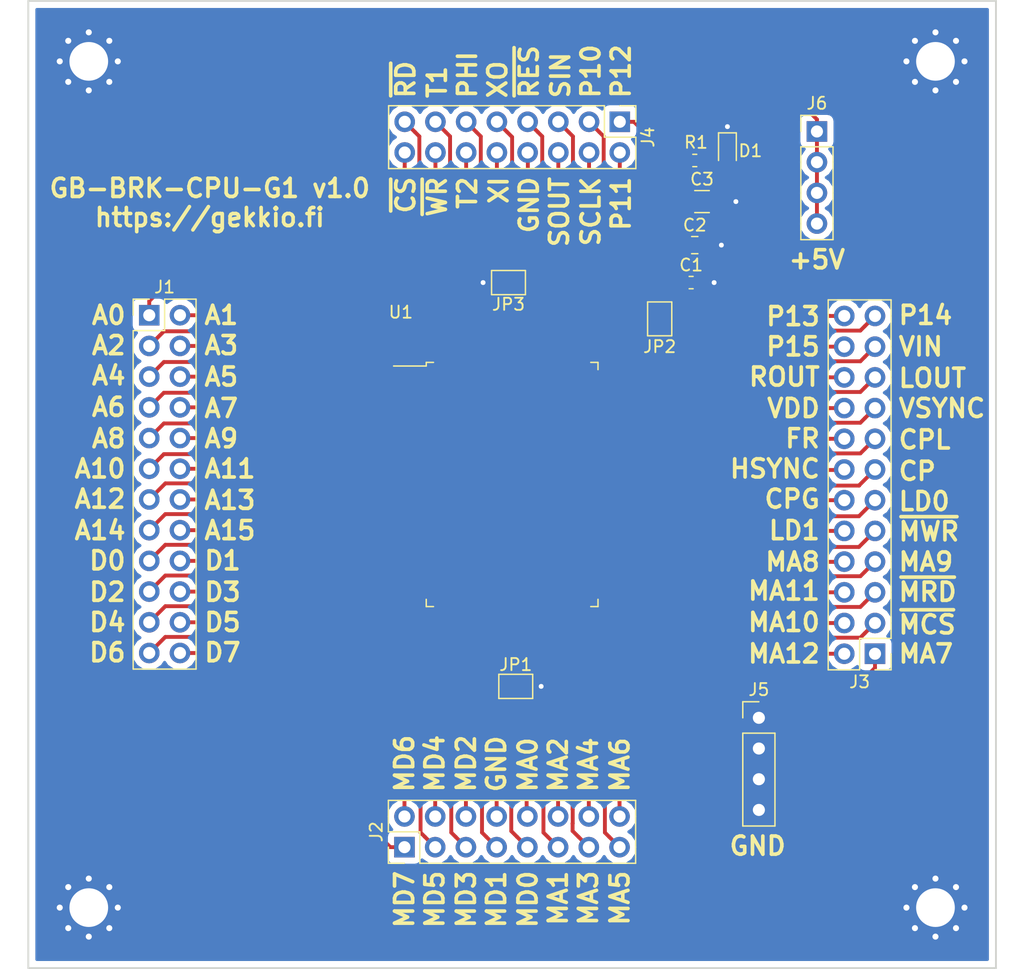
<source format=kicad_pcb>
(kicad_pcb (version 20171130) (host pcbnew 5.0.2-bee76a0~70~ubuntu18.10.1)

  (general
    (thickness 1.6)
    (drawings 87)
    (tracks 404)
    (zones 0)
    (modules 19)
    (nets 84)
  )

  (page A4)
  (title_block
    (title GB-BRK-CPU-G1)
    (rev v1.0)
    (company https://gekkio.fi)
  )

  (layers
    (0 F.Cu signal)
    (31 B.Cu signal)
    (32 B.Adhes user)
    (33 F.Adhes user)
    (34 B.Paste user)
    (35 F.Paste user)
    (36 B.SilkS user)
    (37 F.SilkS user)
    (38 B.Mask user)
    (39 F.Mask user)
    (40 Dwgs.User user)
    (41 Cmts.User user)
    (42 Eco1.User user)
    (43 Eco2.User user)
    (44 Edge.Cuts user)
    (45 Margin user)
    (46 B.CrtYd user)
    (47 F.CrtYd user)
    (48 B.Fab user)
    (49 F.Fab user)
  )

  (setup
    (last_trace_width 0.32)
    (trace_clearance 0.2)
    (zone_clearance 0.508)
    (zone_45_only no)
    (trace_min 0.2)
    (segment_width 0.2)
    (edge_width 0.15)
    (via_size 0.8)
    (via_drill 0.4)
    (via_min_size 0.4)
    (via_min_drill 0.3)
    (uvia_size 0.3)
    (uvia_drill 0.1)
    (uvias_allowed no)
    (uvia_min_size 0.2)
    (uvia_min_drill 0.1)
    (pcb_text_width 0.3)
    (pcb_text_size 1.5 1.5)
    (mod_edge_width 0.15)
    (mod_text_size 1 1)
    (mod_text_width 0.15)
    (pad_size 1.524 1.524)
    (pad_drill 0.762)
    (pad_to_mask_clearance 0)
    (solder_mask_min_width 0.2)
    (aux_axis_origin 0 0)
    (visible_elements FFFFFF7F)
    (pcbplotparams
      (layerselection 0x010fc_ffffffff)
      (usegerberextensions false)
      (usegerberattributes false)
      (usegerberadvancedattributes false)
      (creategerberjobfile true)
      (excludeedgelayer false)
      (linewidth 0.100000)
      (plotframeref false)
      (viasonmask false)
      (mode 1)
      (useauxorigin false)
      (hpglpennumber 1)
      (hpglpenspeed 20)
      (hpglpendiameter 15.000000)
      (psnegative false)
      (psa4output false)
      (plotreference true)
      (plotvalue true)
      (plotinvisibletext false)
      (padsonsilk false)
      (subtractmaskfromsilk false)
      (outputformat 1)
      (mirror false)
      (drillshape 0)
      (scaleselection 1)
      (outputdirectory "gerber/"))
  )

  (net 0 "")
  (net 1 GND)
  (net 2 /Pin_32)
  (net 3 /Pin_58)
  (net 4 +5V)
  (net 5 /Pin_72)
  (net 6 "Net-(D1-Pad2)")
  (net 7 /Pin_65)
  (net 8 /Pin_1)
  (net 9 /Pin_25)
  (net 10 /Pin_41)
  (net 11 /Pin_2)
  (net 12 /Pin_3)
  (net 13 /Pin_4)
  (net 14 /Pin_5)
  (net 15 /Pin_6)
  (net 16 /Pin_7)
  (net 17 /Pin_8)
  (net 18 /Pin_9)
  (net 19 /Pin_10)
  (net 20 /Pin_11)
  (net 21 /Pin_12)
  (net 22 /Pin_13)
  (net 23 /Pin_14)
  (net 24 /Pin_15)
  (net 25 /Pin_16)
  (net 26 /Pin_17)
  (net 27 /Pin_18)
  (net 28 /Pin_19)
  (net 29 /Pin_20)
  (net 30 /Pin_21)
  (net 31 /Pin_22)
  (net 32 /Pin_23)
  (net 33 /Pin_24)
  (net 34 /Pin_26)
  (net 35 /Pin_27)
  (net 36 /Pin_28)
  (net 37 /Pin_29)
  (net 38 /Pin_30)
  (net 39 /Pin_31)
  (net 40 /Pin_33)
  (net 41 /Pin_34)
  (net 42 /Pin_35)
  (net 43 /Pin_36)
  (net 44 /Pin_37)
  (net 45 /Pin_38)
  (net 46 /Pin_39)
  (net 47 /Pin_40)
  (net 48 /Pin_42)
  (net 49 /Pin_43)
  (net 50 /Pin_44)
  (net 51 /Pin_45)
  (net 52 /Pin_46)
  (net 53 /Pin_47)
  (net 54 /Pin_48)
  (net 55 /Pin_49)
  (net 56 /Pin_50)
  (net 57 /Pin_51)
  (net 58 /Pin_52)
  (net 59 /Pin_53)
  (net 60 /Pin_54)
  (net 61 /Pin_55)
  (net 62 /Pin_56)
  (net 63 /Pin_57)
  (net 64 /Pin_60)
  (net 65 /Pin_61)
  (net 66 /Pin_62)
  (net 67 /Pin_63)
  (net 68 /Pin_64)
  (net 69 /Pin_66)
  (net 70 /Pin_67)
  (net 71 /Pin_68)
  (net 72 /Pin_69)
  (net 73 /Pin_71)
  (net 74 /Pin_73)
  (net 75 /Pin_74)
  (net 76 /Pin_75)
  (net 77 /Pin_76)
  (net 78 /Pin_77)
  (net 79 /Pin_78)
  (net 80 /Pin_79)
  (net 81 /Pin_80)
  (net 82 /Pin_59)
  (net 83 /Pin_70)

  (net_class Default "This is the default net class."
    (clearance 0.2)
    (trace_width 0.32)
    (via_dia 0.8)
    (via_drill 0.4)
    (uvia_dia 0.3)
    (uvia_drill 0.1)
    (add_net +5V)
    (add_net /Pin_1)
    (add_net /Pin_10)
    (add_net /Pin_11)
    (add_net /Pin_12)
    (add_net /Pin_13)
    (add_net /Pin_14)
    (add_net /Pin_15)
    (add_net /Pin_16)
    (add_net /Pin_17)
    (add_net /Pin_18)
    (add_net /Pin_19)
    (add_net /Pin_2)
    (add_net /Pin_20)
    (add_net /Pin_21)
    (add_net /Pin_22)
    (add_net /Pin_23)
    (add_net /Pin_24)
    (add_net /Pin_25)
    (add_net /Pin_26)
    (add_net /Pin_27)
    (add_net /Pin_28)
    (add_net /Pin_29)
    (add_net /Pin_3)
    (add_net /Pin_30)
    (add_net /Pin_31)
    (add_net /Pin_32)
    (add_net /Pin_33)
    (add_net /Pin_34)
    (add_net /Pin_35)
    (add_net /Pin_36)
    (add_net /Pin_37)
    (add_net /Pin_38)
    (add_net /Pin_39)
    (add_net /Pin_4)
    (add_net /Pin_40)
    (add_net /Pin_41)
    (add_net /Pin_42)
    (add_net /Pin_43)
    (add_net /Pin_44)
    (add_net /Pin_45)
    (add_net /Pin_46)
    (add_net /Pin_47)
    (add_net /Pin_48)
    (add_net /Pin_49)
    (add_net /Pin_5)
    (add_net /Pin_50)
    (add_net /Pin_51)
    (add_net /Pin_52)
    (add_net /Pin_53)
    (add_net /Pin_54)
    (add_net /Pin_55)
    (add_net /Pin_56)
    (add_net /Pin_57)
    (add_net /Pin_58)
    (add_net /Pin_59)
    (add_net /Pin_6)
    (add_net /Pin_60)
    (add_net /Pin_61)
    (add_net /Pin_62)
    (add_net /Pin_63)
    (add_net /Pin_64)
    (add_net /Pin_65)
    (add_net /Pin_66)
    (add_net /Pin_67)
    (add_net /Pin_68)
    (add_net /Pin_69)
    (add_net /Pin_7)
    (add_net /Pin_70)
    (add_net /Pin_71)
    (add_net /Pin_72)
    (add_net /Pin_73)
    (add_net /Pin_74)
    (add_net /Pin_75)
    (add_net /Pin_76)
    (add_net /Pin_77)
    (add_net /Pin_78)
    (add_net /Pin_79)
    (add_net /Pin_8)
    (add_net /Pin_80)
    (add_net /Pin_9)
    (add_net GND)
    (add_net "Net-(D1-Pad2)")
  )

  (module Gekkio_Package_QFP:Sharp_QFP-80_14x20mm_P0.8mm (layer F.Cu) (tedit 5B3CB8D3) (tstamp 5B3CA407)
    (at 100 100)
    (path /5AFB4817)
    (attr smd)
    (fp_text reference U1 (at -9.2 -14.25) (layer F.SilkS)
      (effects (font (size 1 1) (thickness 0.15)))
    )
    (fp_text value GameBoy_CPU_DMG-SGB (at 0 14.1) (layer F.Fab)
      (effects (font (size 1 1) (thickness 0.15)))
    )
    (fp_line (start -10.2 13.4) (end -10.2 -13.4) (layer F.CrtYd) (width 0.05))
    (fp_line (start 10.2 13.4) (end -10.2 13.4) (layer F.CrtYd) (width 0.05))
    (fp_line (start 10.2 -13.4) (end 10.2 13.4) (layer F.CrtYd) (width 0.05))
    (fp_line (start -10.2 -13.4) (end 10.2 -13.4) (layer F.CrtYd) (width 0.05))
    (fp_line (start -7.1 -9.8) (end -9.8 -9.8) (layer F.SilkS) (width 0.12))
    (fp_line (start -7.1 -10.1) (end -7.1 -9.8) (layer F.SilkS) (width 0.12))
    (fp_line (start -6.5 -10.1) (end -7.1 -10.1) (layer F.SilkS) (width 0.12))
    (fp_line (start -6.3 -10) (end -7 -9.3) (layer F.Fab) (width 0.15))
    (fp_line (start -7.1 10.1) (end -6.5 10.1) (layer F.SilkS) (width 0.12))
    (fp_line (start -7.1 9.5) (end -7.1 10.1) (layer F.SilkS) (width 0.12))
    (fp_line (start 7.1 10.1) (end 6.5 10.1) (layer F.SilkS) (width 0.12))
    (fp_line (start 7.1 9.5) (end 7.1 10.1) (layer F.SilkS) (width 0.12))
    (fp_line (start 7.1 -10.1) (end 7.1 -9.5) (layer F.SilkS) (width 0.12))
    (fp_line (start 6.5 -10.1) (end 7.1 -10.1) (layer F.SilkS) (width 0.12))
    (fp_line (start 7 -10) (end -6.3 -10) (layer F.Fab) (width 0.15))
    (fp_line (start 7 10) (end 7 -10) (layer F.Fab) (width 0.15))
    (fp_line (start -7 10) (end 7 10) (layer F.Fab) (width 0.15))
    (fp_line (start -7 -9.3) (end -7 10) (layer F.Fab) (width 0.15))
    (fp_text user %R (at 0 0) (layer F.Fab)
      (effects (font (size 1 1) (thickness 0.15)))
    )
    (pad 80 smd rect (at -6 -11.65 270) (size 2.5 0.5) (layers F.Cu F.Paste F.Mask)
      (net 81 /Pin_80))
    (pad 79 smd rect (at -5.2 -11.65 270) (size 2.5 0.5) (layers F.Cu F.Paste F.Mask)
      (net 80 /Pin_79))
    (pad 78 smd rect (at -4.4 -11.65 270) (size 2.5 0.5) (layers F.Cu F.Paste F.Mask)
      (net 79 /Pin_78))
    (pad 77 smd rect (at -3.6 -11.65 270) (size 2.5 0.5) (layers F.Cu F.Paste F.Mask)
      (net 78 /Pin_77))
    (pad 76 smd rect (at -2.8 -11.65 270) (size 2.5 0.5) (layers F.Cu F.Paste F.Mask)
      (net 77 /Pin_76))
    (pad 75 smd rect (at -2 -11.65 270) (size 2.5 0.5) (layers F.Cu F.Paste F.Mask)
      (net 76 /Pin_75))
    (pad 74 smd rect (at -1.2 -11.65 270) (size 2.5 0.5) (layers F.Cu F.Paste F.Mask)
      (net 75 /Pin_74))
    (pad 73 smd rect (at -0.4 -11.65 270) (size 2.5 0.5) (layers F.Cu F.Paste F.Mask)
      (net 74 /Pin_73))
    (pad 72 smd rect (at 0.4 -11.65 270) (size 2.5 0.5) (layers F.Cu F.Paste F.Mask)
      (net 5 /Pin_72))
    (pad 71 smd rect (at 1.2 -11.65 270) (size 2.5 0.5) (layers F.Cu F.Paste F.Mask)
      (net 73 /Pin_71))
    (pad 70 smd rect (at 2 -11.65 270) (size 2.5 0.5) (layers F.Cu F.Paste F.Mask)
      (net 83 /Pin_70))
    (pad 69 smd rect (at 2.8 -11.65 270) (size 2.5 0.5) (layers F.Cu F.Paste F.Mask)
      (net 72 /Pin_69))
    (pad 68 smd rect (at 3.6 -11.65 270) (size 2.5 0.5) (layers F.Cu F.Paste F.Mask)
      (net 71 /Pin_68))
    (pad 67 smd rect (at 4.4 -11.65 270) (size 2.5 0.5) (layers F.Cu F.Paste F.Mask)
      (net 70 /Pin_67))
    (pad 66 smd rect (at 5.2 -11.65 270) (size 2.5 0.5) (layers F.Cu F.Paste F.Mask)
      (net 69 /Pin_66))
    (pad 64 smd rect (at 8.6 -9.2 180) (size 2.5 0.5) (layers F.Cu F.Paste F.Mask)
      (net 68 /Pin_64))
    (pad 63 smd rect (at 8.6 -8.4 180) (size 2.5 0.5) (layers F.Cu F.Paste F.Mask)
      (net 67 /Pin_63))
    (pad 62 smd rect (at 8.6 -7.6 180) (size 2.5 0.5) (layers F.Cu F.Paste F.Mask)
      (net 66 /Pin_62))
    (pad 61 smd rect (at 8.6 -6.8 180) (size 2.5 0.5) (layers F.Cu F.Paste F.Mask)
      (net 65 /Pin_61))
    (pad 60 smd rect (at 8.6 -6 180) (size 2.5 0.5) (layers F.Cu F.Paste F.Mask)
      (net 64 /Pin_60))
    (pad 59 smd rect (at 8.6 -5.2 180) (size 2.5 0.5) (layers F.Cu F.Paste F.Mask)
      (net 82 /Pin_59))
    (pad 58 smd rect (at 8.6 -4.4 180) (size 2.5 0.5) (layers F.Cu F.Paste F.Mask)
      (net 3 /Pin_58))
    (pad 57 smd rect (at 8.6 -3.6 180) (size 2.5 0.5) (layers F.Cu F.Paste F.Mask)
      (net 63 /Pin_57))
    (pad 56 smd rect (at 8.6 -2.8 180) (size 2.5 0.5) (layers F.Cu F.Paste F.Mask)
      (net 62 /Pin_56))
    (pad 55 smd rect (at 8.6 -2 180) (size 2.5 0.5) (layers F.Cu F.Paste F.Mask)
      (net 61 /Pin_55))
    (pad 54 smd rect (at 8.6 -1.2 180) (size 2.5 0.5) (layers F.Cu F.Paste F.Mask)
      (net 60 /Pin_54))
    (pad 53 smd rect (at 8.6 -0.4 180) (size 2.5 0.5) (layers F.Cu F.Paste F.Mask)
      (net 59 /Pin_53))
    (pad 52 smd rect (at 8.6 0.4 180) (size 2.5 0.5) (layers F.Cu F.Paste F.Mask)
      (net 58 /Pin_52))
    (pad 51 smd rect (at 8.6 1.2 180) (size 2.5 0.5) (layers F.Cu F.Paste F.Mask)
      (net 57 /Pin_51))
    (pad 50 smd rect (at 8.6 2 180) (size 2.5 0.5) (layers F.Cu F.Paste F.Mask)
      (net 56 /Pin_50))
    (pad 49 smd rect (at 8.6 2.8 180) (size 2.5 0.5) (layers F.Cu F.Paste F.Mask)
      (net 55 /Pin_49))
    (pad 48 smd rect (at 8.6 3.6 180) (size 2.5 0.5) (layers F.Cu F.Paste F.Mask)
      (net 54 /Pin_48))
    (pad 47 smd rect (at 8.6 4.4 180) (size 2.5 0.5) (layers F.Cu F.Paste F.Mask)
      (net 53 /Pin_47))
    (pad 46 smd rect (at 8.6 5.2 180) (size 2.5 0.5) (layers F.Cu F.Paste F.Mask)
      (net 52 /Pin_46))
    (pad 45 smd rect (at 8.6 6 180) (size 2.5 0.5) (layers F.Cu F.Paste F.Mask)
      (net 51 /Pin_45))
    (pad 44 smd rect (at 8.6 6.8 180) (size 2.5 0.5) (layers F.Cu F.Paste F.Mask)
      (net 50 /Pin_44))
    (pad 43 smd rect (at 8.6 7.6 180) (size 2.5 0.5) (layers F.Cu F.Paste F.Mask)
      (net 49 /Pin_43))
    (pad 42 smd rect (at 8.6 8.4 180) (size 2.5 0.5) (layers F.Cu F.Paste F.Mask)
      (net 48 /Pin_42))
    (pad 40 smd rect (at 6 11.65 90) (size 2.5 0.5) (layers F.Cu F.Paste F.Mask)
      (net 47 /Pin_40))
    (pad 39 smd rect (at 5.2 11.65 90) (size 2.5 0.5) (layers F.Cu F.Paste F.Mask)
      (net 46 /Pin_39))
    (pad 38 smd rect (at 4.4 11.65 90) (size 2.5 0.5) (layers F.Cu F.Paste F.Mask)
      (net 45 /Pin_38))
    (pad 37 smd rect (at 3.6 11.65 90) (size 2.5 0.5) (layers F.Cu F.Paste F.Mask)
      (net 44 /Pin_37))
    (pad 36 smd rect (at 2.8 11.65 90) (size 2.5 0.5) (layers F.Cu F.Paste F.Mask)
      (net 43 /Pin_36))
    (pad 35 smd rect (at 2 11.65 90) (size 2.5 0.5) (layers F.Cu F.Paste F.Mask)
      (net 42 /Pin_35))
    (pad 34 smd rect (at 1.2 11.65 90) (size 2.5 0.5) (layers F.Cu F.Paste F.Mask)
      (net 41 /Pin_34))
    (pad 33 smd rect (at 0.4 11.65 90) (size 2.5 0.5) (layers F.Cu F.Paste F.Mask)
      (net 40 /Pin_33))
    (pad 32 smd rect (at -0.4 11.65 90) (size 2.5 0.5) (layers F.Cu F.Paste F.Mask)
      (net 2 /Pin_32))
    (pad 31 smd rect (at -1.2 11.65 90) (size 2.5 0.5) (layers F.Cu F.Paste F.Mask)
      (net 39 /Pin_31))
    (pad 30 smd rect (at -2 11.65 90) (size 2.5 0.5) (layers F.Cu F.Paste F.Mask)
      (net 38 /Pin_30))
    (pad 29 smd rect (at -2.8 11.65 90) (size 2.5 0.5) (layers F.Cu F.Paste F.Mask)
      (net 37 /Pin_29))
    (pad 28 smd rect (at -3.6 11.65 90) (size 2.5 0.5) (layers F.Cu F.Paste F.Mask)
      (net 36 /Pin_28))
    (pad 27 smd rect (at -4.4 11.65 90) (size 2.5 0.5) (layers F.Cu F.Paste F.Mask)
      (net 35 /Pin_27))
    (pad 26 smd rect (at -5.2 11.65 90) (size 2.5 0.5) (layers F.Cu F.Paste F.Mask)
      (net 34 /Pin_26))
    (pad 24 smd rect (at -8.6 9.2) (size 2.5 0.5) (layers F.Cu F.Paste F.Mask)
      (net 33 /Pin_24))
    (pad 23 smd rect (at -8.6 8.4) (size 2.5 0.5) (layers F.Cu F.Paste F.Mask)
      (net 32 /Pin_23))
    (pad 22 smd rect (at -8.6 7.6) (size 2.5 0.5) (layers F.Cu F.Paste F.Mask)
      (net 31 /Pin_22))
    (pad 21 smd rect (at -8.6 6.8) (size 2.5 0.5) (layers F.Cu F.Paste F.Mask)
      (net 30 /Pin_21))
    (pad 20 smd rect (at -8.6 6) (size 2.5 0.5) (layers F.Cu F.Paste F.Mask)
      (net 29 /Pin_20))
    (pad 19 smd rect (at -8.6 5.2) (size 2.5 0.5) (layers F.Cu F.Paste F.Mask)
      (net 28 /Pin_19))
    (pad 18 smd rect (at -8.6 4.4) (size 2.5 0.5) (layers F.Cu F.Paste F.Mask)
      (net 27 /Pin_18))
    (pad 17 smd rect (at -8.6 3.6) (size 2.5 0.5) (layers F.Cu F.Paste F.Mask)
      (net 26 /Pin_17))
    (pad 16 smd rect (at -8.6 2.8) (size 2.5 0.5) (layers F.Cu F.Paste F.Mask)
      (net 25 /Pin_16))
    (pad 15 smd rect (at -8.6 2) (size 2.5 0.5) (layers F.Cu F.Paste F.Mask)
      (net 24 /Pin_15))
    (pad 14 smd rect (at -8.6 1.2) (size 2.5 0.5) (layers F.Cu F.Paste F.Mask)
      (net 23 /Pin_14))
    (pad 13 smd rect (at -8.6 0.4) (size 2.5 0.5) (layers F.Cu F.Paste F.Mask)
      (net 22 /Pin_13))
    (pad 12 smd rect (at -8.6 -0.4) (size 2.5 0.5) (layers F.Cu F.Paste F.Mask)
      (net 21 /Pin_12))
    (pad 11 smd rect (at -8.6 -1.2) (size 2.5 0.5) (layers F.Cu F.Paste F.Mask)
      (net 20 /Pin_11))
    (pad 10 smd rect (at -8.6 -2) (size 2.5 0.5) (layers F.Cu F.Paste F.Mask)
      (net 19 /Pin_10))
    (pad 9 smd rect (at -8.6 -2.8) (size 2.5 0.5) (layers F.Cu F.Paste F.Mask)
      (net 18 /Pin_9))
    (pad 8 smd rect (at -8.6 -3.6) (size 2.5 0.5) (layers F.Cu F.Paste F.Mask)
      (net 17 /Pin_8))
    (pad 7 smd rect (at -8.6 -4.4) (size 2.5 0.5) (layers F.Cu F.Paste F.Mask)
      (net 16 /Pin_7))
    (pad 6 smd rect (at -8.6 -5.2) (size 2.5 0.5) (layers F.Cu F.Paste F.Mask)
      (net 15 /Pin_6))
    (pad 5 smd rect (at -8.6 -6) (size 2.5 0.5) (layers F.Cu F.Paste F.Mask)
      (net 14 /Pin_5))
    (pad 4 smd rect (at -8.6 -6.8) (size 2.5 0.5) (layers F.Cu F.Paste F.Mask)
      (net 13 /Pin_4))
    (pad 3 smd rect (at -8.6 -7.6) (size 2.5 0.5) (layers F.Cu F.Paste F.Mask)
      (net 12 /Pin_3))
    (pad 2 smd rect (at -8.6 -8.4) (size 2.5 0.5) (layers F.Cu F.Paste F.Mask)
      (net 11 /Pin_2))
    (pad 41 smd rect (at 8.6 9.2 180) (size 2.5 0.5) (layers F.Cu F.Paste F.Mask)
      (net 10 /Pin_41))
    (pad 25 smd rect (at -6 11.65 90) (size 2.5 0.5) (layers F.Cu F.Paste F.Mask)
      (net 9 /Pin_25))
    (pad 1 smd rect (at -8.6 -9.2) (size 2.5 0.5) (layers F.Cu F.Paste F.Mask)
      (net 8 /Pin_1))
    (pad 65 smd rect (at 6 -11.65 270) (size 2.5 0.5) (layers F.Cu F.Paste F.Mask)
      (net 7 /Pin_65))
    (model ${KISYS3DMOD}/Gekkio_Package_QFP.3dshapes/Sharp_QFP-80_14x20mm_P0.8mm.wrl
      (at (xyz 0 0 0))
      (scale (xyz 1 1 1))
      (rotate (xyz 0 0 0))
    )
  )

  (module MountingHole:MountingHole_3.2mm_M3_Pad_Via (layer F.Cu) (tedit 56DDBCCA) (tstamp 5AFD0FA6)
    (at 65 135)
    (descr "Mounting Hole 3.2mm, M3")
    (tags "mounting hole 3.2mm m3")
    (path /5AFD3497)
    (attr virtual)
    (fp_text reference MK2 (at 0 -4.2) (layer F.SilkS) hide
      (effects (font (size 1 1) (thickness 0.15)))
    )
    (fp_text value Mounting_Hole_PAD (at 0 4.2) (layer F.Fab)
      (effects (font (size 1 1) (thickness 0.15)))
    )
    (fp_circle (center 0 0) (end 3.45 0) (layer F.CrtYd) (width 0.05))
    (fp_circle (center 0 0) (end 3.2 0) (layer Cmts.User) (width 0.15))
    (fp_text user %R (at 0.3 0) (layer F.Fab)
      (effects (font (size 1 1) (thickness 0.15)))
    )
    (pad 1 thru_hole circle (at 1.697056 -1.697056) (size 0.8 0.8) (drill 0.5) (layers *.Cu *.Mask)
      (net 1 GND))
    (pad 1 thru_hole circle (at 0 -2.4) (size 0.8 0.8) (drill 0.5) (layers *.Cu *.Mask)
      (net 1 GND))
    (pad 1 thru_hole circle (at -1.697056 -1.697056) (size 0.8 0.8) (drill 0.5) (layers *.Cu *.Mask)
      (net 1 GND))
    (pad 1 thru_hole circle (at -2.4 0) (size 0.8 0.8) (drill 0.5) (layers *.Cu *.Mask)
      (net 1 GND))
    (pad 1 thru_hole circle (at -1.697056 1.697056) (size 0.8 0.8) (drill 0.5) (layers *.Cu *.Mask)
      (net 1 GND))
    (pad 1 thru_hole circle (at 0 2.4) (size 0.8 0.8) (drill 0.5) (layers *.Cu *.Mask)
      (net 1 GND))
    (pad 1 thru_hole circle (at 1.697056 1.697056) (size 0.8 0.8) (drill 0.5) (layers *.Cu *.Mask)
      (net 1 GND))
    (pad 1 thru_hole circle (at 2.4 0) (size 0.8 0.8) (drill 0.5) (layers *.Cu *.Mask)
      (net 1 GND))
    (pad 1 thru_hole circle (at 0 0) (size 6.4 6.4) (drill 3.2) (layers *.Cu *.Mask)
      (net 1 GND))
  )

  (module MountingHole:MountingHole_3.2mm_M3_Pad_Via (layer F.Cu) (tedit 56DDBCCA) (tstamp 5AFD2F07)
    (at 65 65)
    (descr "Mounting Hole 3.2mm, M3")
    (tags "mounting hole 3.2mm m3")
    (path /5AFD33F1)
    (attr virtual)
    (fp_text reference MK1 (at 0 -4.2) (layer F.SilkS) hide
      (effects (font (size 1 1) (thickness 0.15)))
    )
    (fp_text value Mounting_Hole_PAD (at 0 4.2) (layer F.Fab)
      (effects (font (size 1 1) (thickness 0.15)))
    )
    (fp_circle (center 0 0) (end 3.45 0) (layer F.CrtYd) (width 0.05))
    (fp_circle (center 0 0) (end 3.2 0) (layer Cmts.User) (width 0.15))
    (fp_text user %R (at 0.3 0) (layer F.Fab)
      (effects (font (size 1 1) (thickness 0.15)))
    )
    (pad 1 thru_hole circle (at 1.697056 -1.697056) (size 0.8 0.8) (drill 0.5) (layers *.Cu *.Mask)
      (net 1 GND))
    (pad 1 thru_hole circle (at 0 -2.4) (size 0.8 0.8) (drill 0.5) (layers *.Cu *.Mask)
      (net 1 GND))
    (pad 1 thru_hole circle (at -1.697056 -1.697056) (size 0.8 0.8) (drill 0.5) (layers *.Cu *.Mask)
      (net 1 GND))
    (pad 1 thru_hole circle (at -2.4 0) (size 0.8 0.8) (drill 0.5) (layers *.Cu *.Mask)
      (net 1 GND))
    (pad 1 thru_hole circle (at -1.697056 1.697056) (size 0.8 0.8) (drill 0.5) (layers *.Cu *.Mask)
      (net 1 GND))
    (pad 1 thru_hole circle (at 0 2.4) (size 0.8 0.8) (drill 0.5) (layers *.Cu *.Mask)
      (net 1 GND))
    (pad 1 thru_hole circle (at 1.697056 1.697056) (size 0.8 0.8) (drill 0.5) (layers *.Cu *.Mask)
      (net 1 GND))
    (pad 1 thru_hole circle (at 2.4 0) (size 0.8 0.8) (drill 0.5) (layers *.Cu *.Mask)
      (net 1 GND))
    (pad 1 thru_hole circle (at 0 0) (size 6.4 6.4) (drill 3.2) (layers *.Cu *.Mask)
      (net 1 GND))
  )

  (module MountingHole:MountingHole_3.2mm_M3_Pad_Via (layer F.Cu) (tedit 56DDBCCA) (tstamp 5AFD0F88)
    (at 135 65)
    (descr "Mounting Hole 3.2mm, M3")
    (tags "mounting hole 3.2mm m3")
    (path /5AFD3565)
    (attr virtual)
    (fp_text reference MK3 (at 0 -4.2) (layer F.SilkS) hide
      (effects (font (size 1 1) (thickness 0.15)))
    )
    (fp_text value Mounting_Hole_PAD (at 0 4.2) (layer F.Fab)
      (effects (font (size 1 1) (thickness 0.15)))
    )
    (fp_circle (center 0 0) (end 3.45 0) (layer F.CrtYd) (width 0.05))
    (fp_circle (center 0 0) (end 3.2 0) (layer Cmts.User) (width 0.15))
    (fp_text user %R (at 0.3 0) (layer F.Fab)
      (effects (font (size 1 1) (thickness 0.15)))
    )
    (pad 1 thru_hole circle (at 1.697056 -1.697056) (size 0.8 0.8) (drill 0.5) (layers *.Cu *.Mask)
      (net 1 GND))
    (pad 1 thru_hole circle (at 0 -2.4) (size 0.8 0.8) (drill 0.5) (layers *.Cu *.Mask)
      (net 1 GND))
    (pad 1 thru_hole circle (at -1.697056 -1.697056) (size 0.8 0.8) (drill 0.5) (layers *.Cu *.Mask)
      (net 1 GND))
    (pad 1 thru_hole circle (at -2.4 0) (size 0.8 0.8) (drill 0.5) (layers *.Cu *.Mask)
      (net 1 GND))
    (pad 1 thru_hole circle (at -1.697056 1.697056) (size 0.8 0.8) (drill 0.5) (layers *.Cu *.Mask)
      (net 1 GND))
    (pad 1 thru_hole circle (at 0 2.4) (size 0.8 0.8) (drill 0.5) (layers *.Cu *.Mask)
      (net 1 GND))
    (pad 1 thru_hole circle (at 1.697056 1.697056) (size 0.8 0.8) (drill 0.5) (layers *.Cu *.Mask)
      (net 1 GND))
    (pad 1 thru_hole circle (at 2.4 0) (size 0.8 0.8) (drill 0.5) (layers *.Cu *.Mask)
      (net 1 GND))
    (pad 1 thru_hole circle (at 0 0) (size 6.4 6.4) (drill 3.2) (layers *.Cu *.Mask)
      (net 1 GND))
  )

  (module MountingHole:MountingHole_3.2mm_M3_Pad_Via (layer F.Cu) (tedit 56DDBCCA) (tstamp 5AFD0F79)
    (at 135 135)
    (descr "Mounting Hole 3.2mm, M3")
    (tags "mounting hole 3.2mm m3")
    (path /5AFD35D5)
    (attr virtual)
    (fp_text reference MK4 (at 0 -4.2) (layer F.SilkS) hide
      (effects (font (size 1 1) (thickness 0.15)))
    )
    (fp_text value Mounting_Hole_PAD (at 0 4.2) (layer F.Fab)
      (effects (font (size 1 1) (thickness 0.15)))
    )
    (fp_circle (center 0 0) (end 3.45 0) (layer F.CrtYd) (width 0.05))
    (fp_circle (center 0 0) (end 3.2 0) (layer Cmts.User) (width 0.15))
    (fp_text user %R (at 0.3 0) (layer F.Fab)
      (effects (font (size 1 1) (thickness 0.15)))
    )
    (pad 1 thru_hole circle (at 1.697056 -1.697056) (size 0.8 0.8) (drill 0.5) (layers *.Cu *.Mask)
      (net 1 GND))
    (pad 1 thru_hole circle (at 0 -2.4) (size 0.8 0.8) (drill 0.5) (layers *.Cu *.Mask)
      (net 1 GND))
    (pad 1 thru_hole circle (at -1.697056 -1.697056) (size 0.8 0.8) (drill 0.5) (layers *.Cu *.Mask)
      (net 1 GND))
    (pad 1 thru_hole circle (at -2.4 0) (size 0.8 0.8) (drill 0.5) (layers *.Cu *.Mask)
      (net 1 GND))
    (pad 1 thru_hole circle (at -1.697056 1.697056) (size 0.8 0.8) (drill 0.5) (layers *.Cu *.Mask)
      (net 1 GND))
    (pad 1 thru_hole circle (at 0 2.4) (size 0.8 0.8) (drill 0.5) (layers *.Cu *.Mask)
      (net 1 GND))
    (pad 1 thru_hole circle (at 1.697056 1.697056) (size 0.8 0.8) (drill 0.5) (layers *.Cu *.Mask)
      (net 1 GND))
    (pad 1 thru_hole circle (at 2.4 0) (size 0.8 0.8) (drill 0.5) (layers *.Cu *.Mask)
      (net 1 GND))
    (pad 1 thru_hole circle (at 0 0) (size 6.4 6.4) (drill 3.2) (layers *.Cu *.Mask)
      (net 1 GND))
  )

  (module Capacitor_SMD:C_0603_1608Metric (layer F.Cu) (tedit 5B301BBE) (tstamp 5AFC2A29)
    (at 114.8 83.3)
    (descr "Capacitor SMD 0603 (1608 Metric), square (rectangular) end terminal, IPC_7351 nominal, (Body size source: http://www.tortai-tech.com/upload/download/2011102023233369053.pdf), generated with kicad-footprint-generator")
    (tags capacitor)
    (path /5AFD0C12)
    (attr smd)
    (fp_text reference C1 (at 0 -1.45) (layer F.SilkS)
      (effects (font (size 1 1) (thickness 0.15)))
    )
    (fp_text value 0.1uF (at 4.6 0.1) (layer F.Fab)
      (effects (font (size 1 1) (thickness 0.15)))
    )
    (fp_text user %R (at 0 0) (layer F.Fab)
      (effects (font (size 0.4 0.4) (thickness 0.06)))
    )
    (fp_line (start 1.48 0.73) (end -1.48 0.73) (layer F.CrtYd) (width 0.05))
    (fp_line (start 1.48 -0.73) (end 1.48 0.73) (layer F.CrtYd) (width 0.05))
    (fp_line (start -1.48 -0.73) (end 1.48 -0.73) (layer F.CrtYd) (width 0.05))
    (fp_line (start -1.48 0.73) (end -1.48 -0.73) (layer F.CrtYd) (width 0.05))
    (fp_line (start -0.162779 0.51) (end 0.162779 0.51) (layer F.SilkS) (width 0.12))
    (fp_line (start -0.162779 -0.51) (end 0.162779 -0.51) (layer F.SilkS) (width 0.12))
    (fp_line (start 0.8 0.4) (end -0.8 0.4) (layer F.Fab) (width 0.1))
    (fp_line (start 0.8 -0.4) (end 0.8 0.4) (layer F.Fab) (width 0.1))
    (fp_line (start -0.8 -0.4) (end 0.8 -0.4) (layer F.Fab) (width 0.1))
    (fp_line (start -0.8 0.4) (end -0.8 -0.4) (layer F.Fab) (width 0.1))
    (pad 2 smd roundrect (at 0.7875 0) (size 0.875 0.95) (layers F.Cu F.Paste F.Mask) (roundrect_rratio 0.25)
      (net 1 GND))
    (pad 1 smd roundrect (at -0.7875 0) (size 0.875 0.95) (layers F.Cu F.Paste F.Mask) (roundrect_rratio 0.25)
      (net 4 +5V))
    (model ${KISYS3DMOD}/Capacitor_SMD.3dshapes/C_0603_1608Metric.wrl
      (at (xyz 0 0 0))
      (scale (xyz 1 1 1))
      (rotate (xyz 0 0 0))
    )
  )

  (module Capacitor_SMD:C_0805_2012Metric (layer F.Cu) (tedit 5B36C52B) (tstamp 5AFC2A1A)
    (at 115.1 80.2)
    (descr "Capacitor SMD 0805 (2012 Metric), square (rectangular) end terminal, IPC_7351 nominal, (Body size source: https://docs.google.com/spreadsheets/d/1BsfQQcO9C6DZCsRaXUlFlo91Tg2WpOkGARC1WS5S8t0/edit?usp=sharing), generated with kicad-footprint-generator")
    (tags capacitor)
    (path /5AFD0FAD)
    (attr smd)
    (fp_text reference C2 (at 0 -1.65) (layer F.SilkS)
      (effects (font (size 1 1) (thickness 0.15)))
    )
    (fp_text value 1uF (at 4 -0.1) (layer F.Fab)
      (effects (font (size 1 1) (thickness 0.15)))
    )
    (fp_text user %R (at 0 0) (layer F.Fab)
      (effects (font (size 0.5 0.5) (thickness 0.08)))
    )
    (fp_line (start 1.68 0.95) (end -1.68 0.95) (layer F.CrtYd) (width 0.05))
    (fp_line (start 1.68 -0.95) (end 1.68 0.95) (layer F.CrtYd) (width 0.05))
    (fp_line (start -1.68 -0.95) (end 1.68 -0.95) (layer F.CrtYd) (width 0.05))
    (fp_line (start -1.68 0.95) (end -1.68 -0.95) (layer F.CrtYd) (width 0.05))
    (fp_line (start -0.258578 0.71) (end 0.258578 0.71) (layer F.SilkS) (width 0.12))
    (fp_line (start -0.258578 -0.71) (end 0.258578 -0.71) (layer F.SilkS) (width 0.12))
    (fp_line (start 1 0.6) (end -1 0.6) (layer F.Fab) (width 0.1))
    (fp_line (start 1 -0.6) (end 1 0.6) (layer F.Fab) (width 0.1))
    (fp_line (start -1 -0.6) (end 1 -0.6) (layer F.Fab) (width 0.1))
    (fp_line (start -1 0.6) (end -1 -0.6) (layer F.Fab) (width 0.1))
    (pad 2 smd roundrect (at 0.9375 0) (size 0.975 1.4) (layers F.Cu F.Paste F.Mask) (roundrect_rratio 0.25)
      (net 1 GND))
    (pad 1 smd roundrect (at -0.9375 0) (size 0.975 1.4) (layers F.Cu F.Paste F.Mask) (roundrect_rratio 0.25)
      (net 4 +5V))
    (model ${KISYS3DMOD}/Capacitor_SMD.3dshapes/C_0805_2012Metric.wrl
      (at (xyz 0 0 0))
      (scale (xyz 1 1 1))
      (rotate (xyz 0 0 0))
    )
  )

  (module Capacitor_SMD:C_1206_3216Metric (layer F.Cu) (tedit 5B301BBE) (tstamp 5AFC2A0B)
    (at 115.7 76.6)
    (descr "Capacitor SMD 1206 (3216 Metric), square (rectangular) end terminal, IPC_7351 nominal, (Body size source: http://www.tortai-tech.com/upload/download/2011102023233369053.pdf), generated with kicad-footprint-generator")
    (tags capacitor)
    (path /5AFD1C90)
    (attr smd)
    (fp_text reference C3 (at 0 -1.85) (layer F.SilkS)
      (effects (font (size 1 1) (thickness 0.15)))
    )
    (fp_text value 10uF (at 5.2 0) (layer F.Fab)
      (effects (font (size 1 1) (thickness 0.15)))
    )
    (fp_text user %R (at 0 0) (layer F.Fab)
      (effects (font (size 0.8 0.8) (thickness 0.12)))
    )
    (fp_line (start 2.28 1.12) (end -2.28 1.12) (layer F.CrtYd) (width 0.05))
    (fp_line (start 2.28 -1.12) (end 2.28 1.12) (layer F.CrtYd) (width 0.05))
    (fp_line (start -2.28 -1.12) (end 2.28 -1.12) (layer F.CrtYd) (width 0.05))
    (fp_line (start -2.28 1.12) (end -2.28 -1.12) (layer F.CrtYd) (width 0.05))
    (fp_line (start -0.602064 0.91) (end 0.602064 0.91) (layer F.SilkS) (width 0.12))
    (fp_line (start -0.602064 -0.91) (end 0.602064 -0.91) (layer F.SilkS) (width 0.12))
    (fp_line (start 1.6 0.8) (end -1.6 0.8) (layer F.Fab) (width 0.1))
    (fp_line (start 1.6 -0.8) (end 1.6 0.8) (layer F.Fab) (width 0.1))
    (fp_line (start -1.6 -0.8) (end 1.6 -0.8) (layer F.Fab) (width 0.1))
    (fp_line (start -1.6 0.8) (end -1.6 -0.8) (layer F.Fab) (width 0.1))
    (pad 2 smd roundrect (at 1.4 0) (size 1.25 1.75) (layers F.Cu F.Paste F.Mask) (roundrect_rratio 0.2)
      (net 1 GND))
    (pad 1 smd roundrect (at -1.4 0) (size 1.25 1.75) (layers F.Cu F.Paste F.Mask) (roundrect_rratio 0.2)
      (net 4 +5V))
    (model ${KISYS3DMOD}/Capacitor_SMD.3dshapes/C_1206_3216Metric.wrl
      (at (xyz 0 0 0))
      (scale (xyz 1 1 1))
      (rotate (xyz 0 0 0))
    )
  )

  (module Jumper:SolderJumper-2_P1.3mm_Open_TrianglePad1.0x1.5mm (layer F.Cu) (tedit 5A64794F) (tstamp 5AFC28EB)
    (at 99.7 83.3 180)
    (descr "SMD Solder Jumper, 1x1.5mm Triangular Pads, 0.3mm gap, open")
    (tags "solder jumper open")
    (path /5AFCEE99)
    (attr virtual)
    (fp_text reference JP3 (at 0 -1.8 180) (layer F.SilkS)
      (effects (font (size 1 1) (thickness 0.15)))
    )
    (fp_text value Jumper (at 0 1.9 180) (layer F.Fab)
      (effects (font (size 1 1) (thickness 0.15)))
    )
    (fp_line (start 1.65 1.25) (end -1.65 1.25) (layer F.CrtYd) (width 0.05))
    (fp_line (start 1.65 1.25) (end 1.65 -1.25) (layer F.CrtYd) (width 0.05))
    (fp_line (start -1.65 -1.25) (end -1.65 1.25) (layer F.CrtYd) (width 0.05))
    (fp_line (start -1.65 -1.25) (end 1.65 -1.25) (layer F.CrtYd) (width 0.05))
    (fp_line (start -1.4 -1) (end 1.4 -1) (layer F.SilkS) (width 0.12))
    (fp_line (start 1.4 -1) (end 1.4 1) (layer F.SilkS) (width 0.12))
    (fp_line (start 1.4 1) (end -1.4 1) (layer F.SilkS) (width 0.12))
    (fp_line (start -1.4 1) (end -1.4 -1) (layer F.SilkS) (width 0.12))
    (pad 1 smd custom (at -0.725 0 180) (size 0.3 0.3) (layers F.Cu F.Mask)
      (net 5 /Pin_72) (zone_connect 0)
      (options (clearance outline) (anchor rect))
      (primitives
        (gr_poly (pts
           (xy -0.5 -0.75) (xy 0.5 -0.75) (xy 1 0) (xy 0.5 0.75) (xy -0.5 0.75)
) (width 0))
      ))
    (pad 2 smd custom (at 0.725 0 180) (size 0.3 0.3) (layers F.Cu F.Mask)
      (net 1 GND) (zone_connect 0)
      (options (clearance outline) (anchor rect))
      (primitives
        (gr_poly (pts
           (xy -0.65 -0.75) (xy 0.5 -0.75) (xy 0.5 0.75) (xy -0.65 0.75) (xy -0.15 0)
) (width 0))
      ))
  )

  (module Jumper:SolderJumper-2_P1.3mm_Open_TrianglePad1.0x1.5mm (layer F.Cu) (tedit 5A64794F) (tstamp 5AFD23C0)
    (at 112.2 86.3 270)
    (descr "SMD Solder Jumper, 1x1.5mm Triangular Pads, 0.3mm gap, open")
    (tags "solder jumper open")
    (path /5AFCF685)
    (attr virtual)
    (fp_text reference JP2 (at 2.3 0) (layer F.SilkS)
      (effects (font (size 1 1) (thickness 0.15)))
    )
    (fp_text value Jumper (at 0 1.9 270) (layer F.Fab)
      (effects (font (size 1 1) (thickness 0.15)))
    )
    (fp_line (start 1.65 1.25) (end -1.65 1.25) (layer F.CrtYd) (width 0.05))
    (fp_line (start 1.65 1.25) (end 1.65 -1.25) (layer F.CrtYd) (width 0.05))
    (fp_line (start -1.65 -1.25) (end -1.65 1.25) (layer F.CrtYd) (width 0.05))
    (fp_line (start -1.65 -1.25) (end 1.65 -1.25) (layer F.CrtYd) (width 0.05))
    (fp_line (start -1.4 -1) (end 1.4 -1) (layer F.SilkS) (width 0.12))
    (fp_line (start 1.4 -1) (end 1.4 1) (layer F.SilkS) (width 0.12))
    (fp_line (start 1.4 1) (end -1.4 1) (layer F.SilkS) (width 0.12))
    (fp_line (start -1.4 1) (end -1.4 -1) (layer F.SilkS) (width 0.12))
    (pad 1 smd custom (at -0.725 0 270) (size 0.3 0.3) (layers F.Cu F.Mask)
      (net 4 +5V) (zone_connect 0)
      (options (clearance outline) (anchor rect))
      (primitives
        (gr_poly (pts
           (xy -0.5 -0.75) (xy 0.5 -0.75) (xy 1 0) (xy 0.5 0.75) (xy -0.5 0.75)
) (width 0))
      ))
    (pad 2 smd custom (at 0.725 0 270) (size 0.3 0.3) (layers F.Cu F.Mask)
      (net 3 /Pin_58) (zone_connect 0)
      (options (clearance outline) (anchor rect))
      (primitives
        (gr_poly (pts
           (xy -0.65 -0.75) (xy 0.5 -0.75) (xy 0.5 0.75) (xy -0.65 0.75) (xy -0.15 0)
) (width 0))
      ))
  )

  (module Jumper:SolderJumper-2_P1.3mm_Open_TrianglePad1.0x1.5mm (layer F.Cu) (tedit 5A64794F) (tstamp 5AFD311D)
    (at 100.3 116.7)
    (descr "SMD Solder Jumper, 1x1.5mm Triangular Pads, 0.3mm gap, open")
    (tags "solder jumper open")
    (path /5AFCED1F)
    (attr virtual)
    (fp_text reference JP1 (at 0 -1.8) (layer F.SilkS)
      (effects (font (size 1 1) (thickness 0.15)))
    )
    (fp_text value Jumper (at 0 1.9) (layer F.Fab)
      (effects (font (size 1 1) (thickness 0.15)))
    )
    (fp_line (start 1.65 1.25) (end -1.65 1.25) (layer F.CrtYd) (width 0.05))
    (fp_line (start 1.65 1.25) (end 1.65 -1.25) (layer F.CrtYd) (width 0.05))
    (fp_line (start -1.65 -1.25) (end -1.65 1.25) (layer F.CrtYd) (width 0.05))
    (fp_line (start -1.65 -1.25) (end 1.65 -1.25) (layer F.CrtYd) (width 0.05))
    (fp_line (start -1.4 -1) (end 1.4 -1) (layer F.SilkS) (width 0.12))
    (fp_line (start 1.4 -1) (end 1.4 1) (layer F.SilkS) (width 0.12))
    (fp_line (start 1.4 1) (end -1.4 1) (layer F.SilkS) (width 0.12))
    (fp_line (start -1.4 1) (end -1.4 -1) (layer F.SilkS) (width 0.12))
    (pad 1 smd custom (at -0.725 0) (size 0.3 0.3) (layers F.Cu F.Mask)
      (net 2 /Pin_32) (zone_connect 0)
      (options (clearance outline) (anchor rect))
      (primitives
        (gr_poly (pts
           (xy -0.5 -0.75) (xy 0.5 -0.75) (xy 1 0) (xy 0.5 0.75) (xy -0.5 0.75)
) (width 0))
      ))
    (pad 2 smd custom (at 0.725 0) (size 0.3 0.3) (layers F.Cu F.Mask)
      (net 1 GND) (zone_connect 0)
      (options (clearance outline) (anchor rect))
      (primitives
        (gr_poly (pts
           (xy -0.65 -0.75) (xy 0.5 -0.75) (xy 0.5 0.75) (xy -0.65 0.75) (xy -0.15 0)
) (width 0))
      ))
  )

  (module LED_SMD:LED_0603_1608Metric (layer F.Cu) (tedit 5B301BBE) (tstamp 5AFC28C1)
    (at 117.8 72.4 270)
    (descr "LED SMD 0603 (1608 Metric), square (rectangular) end terminal, IPC_7351 nominal, (Body size source: http://www.tortai-tech.com/upload/download/2011102023233369053.pdf), generated with kicad-footprint-generator")
    (tags diode)
    (path /5AFD1359)
    (attr smd)
    (fp_text reference D1 (at 0 -1.9) (layer F.SilkS)
      (effects (font (size 1 1) (thickness 0.15)))
    )
    (fp_text value LED (at -1.3 -2.3) (layer F.Fab)
      (effects (font (size 1 1) (thickness 0.15)))
    )
    (fp_text user %R (at 0 0 270) (layer F.Fab)
      (effects (font (size 0.4 0.4) (thickness 0.06)))
    )
    (fp_line (start 1.48 0.73) (end -1.48 0.73) (layer F.CrtYd) (width 0.05))
    (fp_line (start 1.48 -0.73) (end 1.48 0.73) (layer F.CrtYd) (width 0.05))
    (fp_line (start -1.48 -0.73) (end 1.48 -0.73) (layer F.CrtYd) (width 0.05))
    (fp_line (start -1.48 0.73) (end -1.48 -0.73) (layer F.CrtYd) (width 0.05))
    (fp_line (start -1.485 0.735) (end 0.8 0.735) (layer F.SilkS) (width 0.12))
    (fp_line (start -1.485 -0.735) (end -1.485 0.735) (layer F.SilkS) (width 0.12))
    (fp_line (start 0.8 -0.735) (end -1.485 -0.735) (layer F.SilkS) (width 0.12))
    (fp_line (start 0.8 0.4) (end 0.8 -0.4) (layer F.Fab) (width 0.1))
    (fp_line (start -0.8 0.4) (end 0.8 0.4) (layer F.Fab) (width 0.1))
    (fp_line (start -0.8 -0.1) (end -0.8 0.4) (layer F.Fab) (width 0.1))
    (fp_line (start -0.5 -0.4) (end -0.8 -0.1) (layer F.Fab) (width 0.1))
    (fp_line (start 0.8 -0.4) (end -0.5 -0.4) (layer F.Fab) (width 0.1))
    (pad 2 smd roundrect (at 0.7875 0 270) (size 0.875 0.95) (layers F.Cu F.Paste F.Mask) (roundrect_rratio 0.25)
      (net 6 "Net-(D1-Pad2)"))
    (pad 1 smd roundrect (at -0.7875 0 270) (size 0.875 0.95) (layers F.Cu F.Paste F.Mask) (roundrect_rratio 0.25)
      (net 1 GND))
    (model ${KISYS3DMOD}/LED_SMD.3dshapes/LED_0603_1608Metric.wrl
      (at (xyz 0 0 0))
      (scale (xyz 1 1 1))
      (rotate (xyz 0 0 0))
    )
  )

  (module Resistor_SMD:R_0603_1608Metric (layer F.Cu) (tedit 5B301BBD) (tstamp 5AFC2881)
    (at 115.1 73.2 180)
    (descr "Resistor SMD 0603 (1608 Metric), square (rectangular) end terminal, IPC_7351 nominal, (Body size source: http://www.tortai-tech.com/upload/download/2011102023233369053.pdf), generated with kicad-footprint-generator")
    (tags resistor)
    (path /5AFD1450)
    (attr smd)
    (fp_text reference R1 (at -0.1 1.5 180) (layer F.SilkS)
      (effects (font (size 1 1) (thickness 0.15)))
    )
    (fp_text value 3.3k (at 0.1 3 180) (layer F.Fab)
      (effects (font (size 1 1) (thickness 0.15)))
    )
    (fp_text user %R (at 0 0 180) (layer F.Fab)
      (effects (font (size 0.4 0.4) (thickness 0.06)))
    )
    (fp_line (start 1.48 0.73) (end -1.48 0.73) (layer F.CrtYd) (width 0.05))
    (fp_line (start 1.48 -0.73) (end 1.48 0.73) (layer F.CrtYd) (width 0.05))
    (fp_line (start -1.48 -0.73) (end 1.48 -0.73) (layer F.CrtYd) (width 0.05))
    (fp_line (start -1.48 0.73) (end -1.48 -0.73) (layer F.CrtYd) (width 0.05))
    (fp_line (start -0.162779 0.51) (end 0.162779 0.51) (layer F.SilkS) (width 0.12))
    (fp_line (start -0.162779 -0.51) (end 0.162779 -0.51) (layer F.SilkS) (width 0.12))
    (fp_line (start 0.8 0.4) (end -0.8 0.4) (layer F.Fab) (width 0.1))
    (fp_line (start 0.8 -0.4) (end 0.8 0.4) (layer F.Fab) (width 0.1))
    (fp_line (start -0.8 -0.4) (end 0.8 -0.4) (layer F.Fab) (width 0.1))
    (fp_line (start -0.8 0.4) (end -0.8 -0.4) (layer F.Fab) (width 0.1))
    (pad 2 smd roundrect (at 0.7875 0 180) (size 0.875 0.95) (layers F.Cu F.Paste F.Mask) (roundrect_rratio 0.25)
      (net 4 +5V))
    (pad 1 smd roundrect (at -0.7875 0 180) (size 0.875 0.95) (layers F.Cu F.Paste F.Mask) (roundrect_rratio 0.25)
      (net 6 "Net-(D1-Pad2)"))
    (model ${KISYS3DMOD}/Resistor_SMD.3dshapes/R_0603_1608Metric.wrl
      (at (xyz 0 0 0))
      (scale (xyz 1 1 1))
      (rotate (xyz 0 0 0))
    )
  )

  (module Connector_PinHeader_2.54mm:PinHeader_1x04_P2.54mm_Vertical (layer F.Cu) (tedit 59FED5CC) (tstamp 5AFC4202)
    (at 120.4 119.3)
    (descr "Through hole straight pin header, 1x04, 2.54mm pitch, single row")
    (tags "Through hole pin header THT 1x04 2.54mm single row")
    (path /5AFB6181)
    (fp_text reference J5 (at 0 -2.33) (layer F.SilkS)
      (effects (font (size 1 1) (thickness 0.15)))
    )
    (fp_text value Conn_01x04 (at 0 12.3) (layer F.Fab)
      (effects (font (size 1 1) (thickness 0.15)))
    )
    (fp_text user %R (at 0 3.81 90) (layer F.Fab)
      (effects (font (size 1 1) (thickness 0.15)))
    )
    (fp_line (start 1.8 -1.8) (end -1.8 -1.8) (layer F.CrtYd) (width 0.05))
    (fp_line (start 1.8 9.4) (end 1.8 -1.8) (layer F.CrtYd) (width 0.05))
    (fp_line (start -1.8 9.4) (end 1.8 9.4) (layer F.CrtYd) (width 0.05))
    (fp_line (start -1.8 -1.8) (end -1.8 9.4) (layer F.CrtYd) (width 0.05))
    (fp_line (start -1.33 -1.33) (end 0 -1.33) (layer F.SilkS) (width 0.12))
    (fp_line (start -1.33 0) (end -1.33 -1.33) (layer F.SilkS) (width 0.12))
    (fp_line (start -1.33 1.27) (end 1.33 1.27) (layer F.SilkS) (width 0.12))
    (fp_line (start 1.33 1.27) (end 1.33 8.95) (layer F.SilkS) (width 0.12))
    (fp_line (start -1.33 1.27) (end -1.33 8.95) (layer F.SilkS) (width 0.12))
    (fp_line (start -1.33 8.95) (end 1.33 8.95) (layer F.SilkS) (width 0.12))
    (fp_line (start -1.27 -0.635) (end -0.635 -1.27) (layer F.Fab) (width 0.1))
    (fp_line (start -1.27 8.89) (end -1.27 -0.635) (layer F.Fab) (width 0.1))
    (fp_line (start 1.27 8.89) (end -1.27 8.89) (layer F.Fab) (width 0.1))
    (fp_line (start 1.27 -1.27) (end 1.27 8.89) (layer F.Fab) (width 0.1))
    (fp_line (start -0.635 -1.27) (end 1.27 -1.27) (layer F.Fab) (width 0.1))
    (pad 4 thru_hole oval (at 0 7.62) (size 1.7 1.7) (drill 1) (layers *.Cu *.Mask)
      (net 1 GND))
    (pad 3 thru_hole oval (at 0 5.08) (size 1.7 1.7) (drill 1) (layers *.Cu *.Mask)
      (net 1 GND))
    (pad 2 thru_hole oval (at 0 2.54) (size 1.7 1.7) (drill 1) (layers *.Cu *.Mask)
      (net 1 GND))
    (pad 1 thru_hole rect (at 0 0) (size 1.7 1.7) (drill 1) (layers *.Cu *.Mask)
      (net 1 GND))
    (model ${KISYS3DMOD}/Connector_PinHeader_2.54mm.3dshapes/PinHeader_1x04_P2.54mm_Vertical.wrl
      (at (xyz 0 0 0))
      (scale (xyz 1 1 1))
      (rotate (xyz 0 0 0))
    )
  )

  (module Connector_PinHeader_2.54mm:PinHeader_2x12_P2.54mm_Vertical (layer F.Cu) (tedit 59FED5CC) (tstamp 5AFC4A9E)
    (at 70 86)
    (descr "Through hole straight pin header, 2x12, 2.54mm pitch, double rows")
    (tags "Through hole pin header THT 2x12 2.54mm double row")
    (path /5AFB7358)
    (fp_text reference J1 (at 1.27 -2.33) (layer F.SilkS)
      (effects (font (size 1 1) (thickness 0.15)))
    )
    (fp_text value Conn_02x12_Top_Bottom (at 1.27 30.27) (layer F.Fab)
      (effects (font (size 1 1) (thickness 0.15)))
    )
    (fp_text user %R (at 1.27 13.97 90) (layer F.Fab)
      (effects (font (size 1 1) (thickness 0.15)))
    )
    (fp_line (start 4.35 -1.8) (end -1.8 -1.8) (layer F.CrtYd) (width 0.05))
    (fp_line (start 4.35 29.75) (end 4.35 -1.8) (layer F.CrtYd) (width 0.05))
    (fp_line (start -1.8 29.75) (end 4.35 29.75) (layer F.CrtYd) (width 0.05))
    (fp_line (start -1.8 -1.8) (end -1.8 29.75) (layer F.CrtYd) (width 0.05))
    (fp_line (start -1.33 -1.33) (end 0 -1.33) (layer F.SilkS) (width 0.12))
    (fp_line (start -1.33 0) (end -1.33 -1.33) (layer F.SilkS) (width 0.12))
    (fp_line (start 1.27 -1.33) (end 3.87 -1.33) (layer F.SilkS) (width 0.12))
    (fp_line (start 1.27 1.27) (end 1.27 -1.33) (layer F.SilkS) (width 0.12))
    (fp_line (start -1.33 1.27) (end 1.27 1.27) (layer F.SilkS) (width 0.12))
    (fp_line (start 3.87 -1.33) (end 3.87 29.27) (layer F.SilkS) (width 0.12))
    (fp_line (start -1.33 1.27) (end -1.33 29.27) (layer F.SilkS) (width 0.12))
    (fp_line (start -1.33 29.27) (end 3.87 29.27) (layer F.SilkS) (width 0.12))
    (fp_line (start -1.27 0) (end 0 -1.27) (layer F.Fab) (width 0.1))
    (fp_line (start -1.27 29.21) (end -1.27 0) (layer F.Fab) (width 0.1))
    (fp_line (start 3.81 29.21) (end -1.27 29.21) (layer F.Fab) (width 0.1))
    (fp_line (start 3.81 -1.27) (end 3.81 29.21) (layer F.Fab) (width 0.1))
    (fp_line (start 0 -1.27) (end 3.81 -1.27) (layer F.Fab) (width 0.1))
    (pad 24 thru_hole oval (at 2.54 27.94) (size 1.7 1.7) (drill 1) (layers *.Cu *.Mask)
      (net 33 /Pin_24))
    (pad 23 thru_hole oval (at 0 27.94) (size 1.7 1.7) (drill 1) (layers *.Cu *.Mask)
      (net 32 /Pin_23))
    (pad 22 thru_hole oval (at 2.54 25.4) (size 1.7 1.7) (drill 1) (layers *.Cu *.Mask)
      (net 31 /Pin_22))
    (pad 21 thru_hole oval (at 0 25.4) (size 1.7 1.7) (drill 1) (layers *.Cu *.Mask)
      (net 30 /Pin_21))
    (pad 20 thru_hole oval (at 2.54 22.86) (size 1.7 1.7) (drill 1) (layers *.Cu *.Mask)
      (net 29 /Pin_20))
    (pad 19 thru_hole oval (at 0 22.86) (size 1.7 1.7) (drill 1) (layers *.Cu *.Mask)
      (net 28 /Pin_19))
    (pad 18 thru_hole oval (at 2.54 20.32) (size 1.7 1.7) (drill 1) (layers *.Cu *.Mask)
      (net 27 /Pin_18))
    (pad 17 thru_hole oval (at 0 20.32) (size 1.7 1.7) (drill 1) (layers *.Cu *.Mask)
      (net 26 /Pin_17))
    (pad 16 thru_hole oval (at 2.54 17.78) (size 1.7 1.7) (drill 1) (layers *.Cu *.Mask)
      (net 25 /Pin_16))
    (pad 15 thru_hole oval (at 0 17.78) (size 1.7 1.7) (drill 1) (layers *.Cu *.Mask)
      (net 24 /Pin_15))
    (pad 14 thru_hole oval (at 2.54 15.24) (size 1.7 1.7) (drill 1) (layers *.Cu *.Mask)
      (net 23 /Pin_14))
    (pad 13 thru_hole oval (at 0 15.24) (size 1.7 1.7) (drill 1) (layers *.Cu *.Mask)
      (net 22 /Pin_13))
    (pad 12 thru_hole oval (at 2.54 12.7) (size 1.7 1.7) (drill 1) (layers *.Cu *.Mask)
      (net 21 /Pin_12))
    (pad 11 thru_hole oval (at 0 12.7) (size 1.7 1.7) (drill 1) (layers *.Cu *.Mask)
      (net 20 /Pin_11))
    (pad 10 thru_hole oval (at 2.54 10.16) (size 1.7 1.7) (drill 1) (layers *.Cu *.Mask)
      (net 19 /Pin_10))
    (pad 9 thru_hole oval (at 0 10.16) (size 1.7 1.7) (drill 1) (layers *.Cu *.Mask)
      (net 18 /Pin_9))
    (pad 8 thru_hole oval (at 2.54 7.62) (size 1.7 1.7) (drill 1) (layers *.Cu *.Mask)
      (net 17 /Pin_8))
    (pad 7 thru_hole oval (at 0 7.62) (size 1.7 1.7) (drill 1) (layers *.Cu *.Mask)
      (net 16 /Pin_7))
    (pad 6 thru_hole oval (at 2.54 5.08) (size 1.7 1.7) (drill 1) (layers *.Cu *.Mask)
      (net 15 /Pin_6))
    (pad 5 thru_hole oval (at 0 5.08) (size 1.7 1.7) (drill 1) (layers *.Cu *.Mask)
      (net 14 /Pin_5))
    (pad 4 thru_hole oval (at 2.54 2.54) (size 1.7 1.7) (drill 1) (layers *.Cu *.Mask)
      (net 13 /Pin_4))
    (pad 3 thru_hole oval (at 0 2.54) (size 1.7 1.7) (drill 1) (layers *.Cu *.Mask)
      (net 12 /Pin_3))
    (pad 2 thru_hole oval (at 2.54 0) (size 1.7 1.7) (drill 1) (layers *.Cu *.Mask)
      (net 11 /Pin_2))
    (pad 1 thru_hole rect (at 0 0) (size 1.7 1.7) (drill 1) (layers *.Cu *.Mask)
      (net 8 /Pin_1))
    (model ${KISYS3DMOD}/Connector_PinHeader_2.54mm.3dshapes/PinHeader_2x12_P2.54mm_Vertical.wrl
      (at (xyz 0 0 0))
      (scale (xyz 1 1 1))
      (rotate (xyz 0 0 0))
    )
  )

  (module Connector_PinHeader_2.54mm:PinHeader_2x08_P2.54mm_Vertical (layer F.Cu) (tedit 59FED5CC) (tstamp 5AFC4ACB)
    (at 91.1 130 90)
    (descr "Through hole straight pin header, 2x08, 2.54mm pitch, double rows")
    (tags "Through hole pin header THT 2x08 2.54mm double row")
    (path /5AFB8193)
    (fp_text reference J2 (at 1.27 -2.33 90) (layer F.SilkS)
      (effects (font (size 1 1) (thickness 0.15)))
    )
    (fp_text value Conn_02x08_Top_Bottom (at 1.27 20.11 90) (layer F.Fab)
      (effects (font (size 1 1) (thickness 0.15)))
    )
    (fp_text user %R (at 1.27 8.89 180) (layer F.Fab)
      (effects (font (size 1 1) (thickness 0.15)))
    )
    (fp_line (start 4.35 -1.8) (end -1.8 -1.8) (layer F.CrtYd) (width 0.05))
    (fp_line (start 4.35 19.55) (end 4.35 -1.8) (layer F.CrtYd) (width 0.05))
    (fp_line (start -1.8 19.55) (end 4.35 19.55) (layer F.CrtYd) (width 0.05))
    (fp_line (start -1.8 -1.8) (end -1.8 19.55) (layer F.CrtYd) (width 0.05))
    (fp_line (start -1.33 -1.33) (end 0 -1.33) (layer F.SilkS) (width 0.12))
    (fp_line (start -1.33 0) (end -1.33 -1.33) (layer F.SilkS) (width 0.12))
    (fp_line (start 1.27 -1.33) (end 3.87 -1.33) (layer F.SilkS) (width 0.12))
    (fp_line (start 1.27 1.27) (end 1.27 -1.33) (layer F.SilkS) (width 0.12))
    (fp_line (start -1.33 1.27) (end 1.27 1.27) (layer F.SilkS) (width 0.12))
    (fp_line (start 3.87 -1.33) (end 3.87 19.11) (layer F.SilkS) (width 0.12))
    (fp_line (start -1.33 1.27) (end -1.33 19.11) (layer F.SilkS) (width 0.12))
    (fp_line (start -1.33 19.11) (end 3.87 19.11) (layer F.SilkS) (width 0.12))
    (fp_line (start -1.27 0) (end 0 -1.27) (layer F.Fab) (width 0.1))
    (fp_line (start -1.27 19.05) (end -1.27 0) (layer F.Fab) (width 0.1))
    (fp_line (start 3.81 19.05) (end -1.27 19.05) (layer F.Fab) (width 0.1))
    (fp_line (start 3.81 -1.27) (end 3.81 19.05) (layer F.Fab) (width 0.1))
    (fp_line (start 0 -1.27) (end 3.81 -1.27) (layer F.Fab) (width 0.1))
    (pad 16 thru_hole oval (at 2.54 17.78 90) (size 1.7 1.7) (drill 1) (layers *.Cu *.Mask)
      (net 47 /Pin_40))
    (pad 15 thru_hole oval (at 0 17.78 90) (size 1.7 1.7) (drill 1) (layers *.Cu *.Mask)
      (net 46 /Pin_39))
    (pad 14 thru_hole oval (at 2.54 15.24 90) (size 1.7 1.7) (drill 1) (layers *.Cu *.Mask)
      (net 45 /Pin_38))
    (pad 13 thru_hole oval (at 0 15.24 90) (size 1.7 1.7) (drill 1) (layers *.Cu *.Mask)
      (net 44 /Pin_37))
    (pad 12 thru_hole oval (at 2.54 12.7 90) (size 1.7 1.7) (drill 1) (layers *.Cu *.Mask)
      (net 43 /Pin_36))
    (pad 11 thru_hole oval (at 0 12.7 90) (size 1.7 1.7) (drill 1) (layers *.Cu *.Mask)
      (net 42 /Pin_35))
    (pad 10 thru_hole oval (at 2.54 10.16 90) (size 1.7 1.7) (drill 1) (layers *.Cu *.Mask)
      (net 41 /Pin_34))
    (pad 9 thru_hole oval (at 0 10.16 90) (size 1.7 1.7) (drill 1) (layers *.Cu *.Mask)
      (net 40 /Pin_33))
    (pad 8 thru_hole oval (at 2.54 7.62 90) (size 1.7 1.7) (drill 1) (layers *.Cu *.Mask)
      (net 2 /Pin_32))
    (pad 7 thru_hole oval (at 0 7.62 90) (size 1.7 1.7) (drill 1) (layers *.Cu *.Mask)
      (net 39 /Pin_31))
    (pad 6 thru_hole oval (at 2.54 5.08 90) (size 1.7 1.7) (drill 1) (layers *.Cu *.Mask)
      (net 38 /Pin_30))
    (pad 5 thru_hole oval (at 0 5.08 90) (size 1.7 1.7) (drill 1) (layers *.Cu *.Mask)
      (net 37 /Pin_29))
    (pad 4 thru_hole oval (at 2.54 2.54 90) (size 1.7 1.7) (drill 1) (layers *.Cu *.Mask)
      (net 36 /Pin_28))
    (pad 3 thru_hole oval (at 0 2.54 90) (size 1.7 1.7) (drill 1) (layers *.Cu *.Mask)
      (net 35 /Pin_27))
    (pad 2 thru_hole oval (at 2.54 0 90) (size 1.7 1.7) (drill 1) (layers *.Cu *.Mask)
      (net 34 /Pin_26))
    (pad 1 thru_hole rect (at 0 0 90) (size 1.7 1.7) (drill 1) (layers *.Cu *.Mask)
      (net 9 /Pin_25))
    (model ${KISYS3DMOD}/Connector_PinHeader_2.54mm.3dshapes/PinHeader_2x08_P2.54mm_Vertical.wrl
      (at (xyz 0 0 0))
      (scale (xyz 1 1 1))
      (rotate (xyz 0 0 0))
    )
  )

  (module Connector_PinHeader_2.54mm:PinHeader_2x12_P2.54mm_Vertical (layer F.Cu) (tedit 59FED5CC) (tstamp 5AFBD364)
    (at 130 114 180)
    (descr "Through hole straight pin header, 2x12, 2.54mm pitch, double rows")
    (tags "Through hole pin header THT 2x12 2.54mm double row")
    (path /5AFB7ACD)
    (fp_text reference J3 (at 1.27 -2.33 180) (layer F.SilkS)
      (effects (font (size 1 1) (thickness 0.15)))
    )
    (fp_text value Conn_02x12_Top_Bottom (at 1.27 30.27 180) (layer F.Fab)
      (effects (font (size 1 1) (thickness 0.15)))
    )
    (fp_text user %R (at 1.27 13.97 270) (layer F.Fab)
      (effects (font (size 1 1) (thickness 0.15)))
    )
    (fp_line (start 4.35 -1.8) (end -1.8 -1.8) (layer F.CrtYd) (width 0.05))
    (fp_line (start 4.35 29.75) (end 4.35 -1.8) (layer F.CrtYd) (width 0.05))
    (fp_line (start -1.8 29.75) (end 4.35 29.75) (layer F.CrtYd) (width 0.05))
    (fp_line (start -1.8 -1.8) (end -1.8 29.75) (layer F.CrtYd) (width 0.05))
    (fp_line (start -1.33 -1.33) (end 0 -1.33) (layer F.SilkS) (width 0.12))
    (fp_line (start -1.33 0) (end -1.33 -1.33) (layer F.SilkS) (width 0.12))
    (fp_line (start 1.27 -1.33) (end 3.87 -1.33) (layer F.SilkS) (width 0.12))
    (fp_line (start 1.27 1.27) (end 1.27 -1.33) (layer F.SilkS) (width 0.12))
    (fp_line (start -1.33 1.27) (end 1.27 1.27) (layer F.SilkS) (width 0.12))
    (fp_line (start 3.87 -1.33) (end 3.87 29.27) (layer F.SilkS) (width 0.12))
    (fp_line (start -1.33 1.27) (end -1.33 29.27) (layer F.SilkS) (width 0.12))
    (fp_line (start -1.33 29.27) (end 3.87 29.27) (layer F.SilkS) (width 0.12))
    (fp_line (start -1.27 0) (end 0 -1.27) (layer F.Fab) (width 0.1))
    (fp_line (start -1.27 29.21) (end -1.27 0) (layer F.Fab) (width 0.1))
    (fp_line (start 3.81 29.21) (end -1.27 29.21) (layer F.Fab) (width 0.1))
    (fp_line (start 3.81 -1.27) (end 3.81 29.21) (layer F.Fab) (width 0.1))
    (fp_line (start 0 -1.27) (end 3.81 -1.27) (layer F.Fab) (width 0.1))
    (pad 24 thru_hole oval (at 2.54 27.94 180) (size 1.7 1.7) (drill 1) (layers *.Cu *.Mask)
      (net 68 /Pin_64))
    (pad 23 thru_hole oval (at 0 27.94 180) (size 1.7 1.7) (drill 1) (layers *.Cu *.Mask)
      (net 67 /Pin_63))
    (pad 22 thru_hole oval (at 2.54 25.4 180) (size 1.7 1.7) (drill 1) (layers *.Cu *.Mask)
      (net 66 /Pin_62))
    (pad 21 thru_hole oval (at 0 25.4 180) (size 1.7 1.7) (drill 1) (layers *.Cu *.Mask)
      (net 65 /Pin_61))
    (pad 20 thru_hole oval (at 2.54 22.86 180) (size 1.7 1.7) (drill 1) (layers *.Cu *.Mask)
      (net 64 /Pin_60))
    (pad 19 thru_hole oval (at 0 22.86 180) (size 1.7 1.7) (drill 1) (layers *.Cu *.Mask)
      (net 82 /Pin_59))
    (pad 18 thru_hole oval (at 2.54 20.32 180) (size 1.7 1.7) (drill 1) (layers *.Cu *.Mask)
      (net 3 /Pin_58))
    (pad 17 thru_hole oval (at 0 20.32 180) (size 1.7 1.7) (drill 1) (layers *.Cu *.Mask)
      (net 63 /Pin_57))
    (pad 16 thru_hole oval (at 2.54 17.78 180) (size 1.7 1.7) (drill 1) (layers *.Cu *.Mask)
      (net 62 /Pin_56))
    (pad 15 thru_hole oval (at 0 17.78 180) (size 1.7 1.7) (drill 1) (layers *.Cu *.Mask)
      (net 61 /Pin_55))
    (pad 14 thru_hole oval (at 2.54 15.24 180) (size 1.7 1.7) (drill 1) (layers *.Cu *.Mask)
      (net 60 /Pin_54))
    (pad 13 thru_hole oval (at 0 15.24 180) (size 1.7 1.7) (drill 1) (layers *.Cu *.Mask)
      (net 59 /Pin_53))
    (pad 12 thru_hole oval (at 2.54 12.7 180) (size 1.7 1.7) (drill 1) (layers *.Cu *.Mask)
      (net 58 /Pin_52))
    (pad 11 thru_hole oval (at 0 12.7 180) (size 1.7 1.7) (drill 1) (layers *.Cu *.Mask)
      (net 57 /Pin_51))
    (pad 10 thru_hole oval (at 2.54 10.16 180) (size 1.7 1.7) (drill 1) (layers *.Cu *.Mask)
      (net 56 /Pin_50))
    (pad 9 thru_hole oval (at 0 10.16 180) (size 1.7 1.7) (drill 1) (layers *.Cu *.Mask)
      (net 55 /Pin_49))
    (pad 8 thru_hole oval (at 2.54 7.62 180) (size 1.7 1.7) (drill 1) (layers *.Cu *.Mask)
      (net 54 /Pin_48))
    (pad 7 thru_hole oval (at 0 7.62 180) (size 1.7 1.7) (drill 1) (layers *.Cu *.Mask)
      (net 53 /Pin_47))
    (pad 6 thru_hole oval (at 2.54 5.08 180) (size 1.7 1.7) (drill 1) (layers *.Cu *.Mask)
      (net 52 /Pin_46))
    (pad 5 thru_hole oval (at 0 5.08 180) (size 1.7 1.7) (drill 1) (layers *.Cu *.Mask)
      (net 51 /Pin_45))
    (pad 4 thru_hole oval (at 2.54 2.54 180) (size 1.7 1.7) (drill 1) (layers *.Cu *.Mask)
      (net 50 /Pin_44))
    (pad 3 thru_hole oval (at 0 2.54 180) (size 1.7 1.7) (drill 1) (layers *.Cu *.Mask)
      (net 49 /Pin_43))
    (pad 2 thru_hole oval (at 2.54 0 180) (size 1.7 1.7) (drill 1) (layers *.Cu *.Mask)
      (net 48 /Pin_42))
    (pad 1 thru_hole rect (at 0 0 180) (size 1.7 1.7) (drill 1) (layers *.Cu *.Mask)
      (net 10 /Pin_41))
    (model ${KISYS3DMOD}/Connector_PinHeader_2.54mm.3dshapes/PinHeader_2x12_P2.54mm_Vertical.wrl
      (at (xyz 0 0 0))
      (scale (xyz 1 1 1))
      (rotate (xyz 0 0 0))
    )
  )

  (module Connector_PinHeader_2.54mm:PinHeader_2x08_P2.54mm_Vertical (layer F.Cu) (tedit 59FED5CC) (tstamp 5AFC4B1D)
    (at 108.9 70 270)
    (descr "Through hole straight pin header, 2x08, 2.54mm pitch, double rows")
    (tags "Through hole pin header THT 2x08 2.54mm double row")
    (path /5AFB835F)
    (fp_text reference J4 (at 1.27 -2.33 270) (layer F.SilkS)
      (effects (font (size 1 1) (thickness 0.15)))
    )
    (fp_text value Conn_02x08_Top_Bottom (at 1.27 20.11 270) (layer F.Fab)
      (effects (font (size 1 1) (thickness 0.15)))
    )
    (fp_text user %R (at 1.27 8.89) (layer F.Fab)
      (effects (font (size 1 1) (thickness 0.15)))
    )
    (fp_line (start 4.35 -1.8) (end -1.8 -1.8) (layer F.CrtYd) (width 0.05))
    (fp_line (start 4.35 19.55) (end 4.35 -1.8) (layer F.CrtYd) (width 0.05))
    (fp_line (start -1.8 19.55) (end 4.35 19.55) (layer F.CrtYd) (width 0.05))
    (fp_line (start -1.8 -1.8) (end -1.8 19.55) (layer F.CrtYd) (width 0.05))
    (fp_line (start -1.33 -1.33) (end 0 -1.33) (layer F.SilkS) (width 0.12))
    (fp_line (start -1.33 0) (end -1.33 -1.33) (layer F.SilkS) (width 0.12))
    (fp_line (start 1.27 -1.33) (end 3.87 -1.33) (layer F.SilkS) (width 0.12))
    (fp_line (start 1.27 1.27) (end 1.27 -1.33) (layer F.SilkS) (width 0.12))
    (fp_line (start -1.33 1.27) (end 1.27 1.27) (layer F.SilkS) (width 0.12))
    (fp_line (start 3.87 -1.33) (end 3.87 19.11) (layer F.SilkS) (width 0.12))
    (fp_line (start -1.33 1.27) (end -1.33 19.11) (layer F.SilkS) (width 0.12))
    (fp_line (start -1.33 19.11) (end 3.87 19.11) (layer F.SilkS) (width 0.12))
    (fp_line (start -1.27 0) (end 0 -1.27) (layer F.Fab) (width 0.1))
    (fp_line (start -1.27 19.05) (end -1.27 0) (layer F.Fab) (width 0.1))
    (fp_line (start 3.81 19.05) (end -1.27 19.05) (layer F.Fab) (width 0.1))
    (fp_line (start 3.81 -1.27) (end 3.81 19.05) (layer F.Fab) (width 0.1))
    (fp_line (start 0 -1.27) (end 3.81 -1.27) (layer F.Fab) (width 0.1))
    (pad 16 thru_hole oval (at 2.54 17.78 270) (size 1.7 1.7) (drill 1) (layers *.Cu *.Mask)
      (net 81 /Pin_80))
    (pad 15 thru_hole oval (at 0 17.78 270) (size 1.7 1.7) (drill 1) (layers *.Cu *.Mask)
      (net 80 /Pin_79))
    (pad 14 thru_hole oval (at 2.54 15.24 270) (size 1.7 1.7) (drill 1) (layers *.Cu *.Mask)
      (net 79 /Pin_78))
    (pad 13 thru_hole oval (at 0 15.24 270) (size 1.7 1.7) (drill 1) (layers *.Cu *.Mask)
      (net 78 /Pin_77))
    (pad 12 thru_hole oval (at 2.54 12.7 270) (size 1.7 1.7) (drill 1) (layers *.Cu *.Mask)
      (net 77 /Pin_76))
    (pad 11 thru_hole oval (at 0 12.7 270) (size 1.7 1.7) (drill 1) (layers *.Cu *.Mask)
      (net 76 /Pin_75))
    (pad 10 thru_hole oval (at 2.54 10.16 270) (size 1.7 1.7) (drill 1) (layers *.Cu *.Mask)
      (net 75 /Pin_74))
    (pad 9 thru_hole oval (at 0 10.16 270) (size 1.7 1.7) (drill 1) (layers *.Cu *.Mask)
      (net 74 /Pin_73))
    (pad 8 thru_hole oval (at 2.54 7.62 270) (size 1.7 1.7) (drill 1) (layers *.Cu *.Mask)
      (net 5 /Pin_72))
    (pad 7 thru_hole oval (at 0 7.62 270) (size 1.7 1.7) (drill 1) (layers *.Cu *.Mask)
      (net 73 /Pin_71))
    (pad 6 thru_hole oval (at 2.54 5.08 270) (size 1.7 1.7) (drill 1) (layers *.Cu *.Mask)
      (net 83 /Pin_70))
    (pad 5 thru_hole oval (at 0 5.08 270) (size 1.7 1.7) (drill 1) (layers *.Cu *.Mask)
      (net 72 /Pin_69))
    (pad 4 thru_hole oval (at 2.54 2.54 270) (size 1.7 1.7) (drill 1) (layers *.Cu *.Mask)
      (net 71 /Pin_68))
    (pad 3 thru_hole oval (at 0 2.54 270) (size 1.7 1.7) (drill 1) (layers *.Cu *.Mask)
      (net 70 /Pin_67))
    (pad 2 thru_hole oval (at 2.54 0 270) (size 1.7 1.7) (drill 1) (layers *.Cu *.Mask)
      (net 69 /Pin_66))
    (pad 1 thru_hole rect (at 0 0 270) (size 1.7 1.7) (drill 1) (layers *.Cu *.Mask)
      (net 7 /Pin_65))
    (model ${KISYS3DMOD}/Connector_PinHeader_2.54mm.3dshapes/PinHeader_2x08_P2.54mm_Vertical.wrl
      (at (xyz 0 0 0))
      (scale (xyz 1 1 1))
      (rotate (xyz 0 0 0))
    )
  )

  (module Connector_PinHeader_2.54mm:PinHeader_1x04_P2.54mm_Vertical (layer F.Cu) (tedit 59FED5CC) (tstamp 5AFCB607)
    (at 125.2 70.8)
    (descr "Through hole straight pin header, 1x04, 2.54mm pitch, single row")
    (tags "Through hole pin header THT 1x04 2.54mm single row")
    (path /5AFBD762)
    (fp_text reference J6 (at 0 -2.33) (layer F.SilkS)
      (effects (font (size 1 1) (thickness 0.15)))
    )
    (fp_text value Conn_01x04 (at 0 -4.5) (layer F.Fab)
      (effects (font (size 1 1) (thickness 0.15)))
    )
    (fp_text user %R (at 0 3.81 90) (layer F.Fab)
      (effects (font (size 1 1) (thickness 0.15)))
    )
    (fp_line (start 1.8 -1.8) (end -1.8 -1.8) (layer F.CrtYd) (width 0.05))
    (fp_line (start 1.8 9.4) (end 1.8 -1.8) (layer F.CrtYd) (width 0.05))
    (fp_line (start -1.8 9.4) (end 1.8 9.4) (layer F.CrtYd) (width 0.05))
    (fp_line (start -1.8 -1.8) (end -1.8 9.4) (layer F.CrtYd) (width 0.05))
    (fp_line (start -1.33 -1.33) (end 0 -1.33) (layer F.SilkS) (width 0.12))
    (fp_line (start -1.33 0) (end -1.33 -1.33) (layer F.SilkS) (width 0.12))
    (fp_line (start -1.33 1.27) (end 1.33 1.27) (layer F.SilkS) (width 0.12))
    (fp_line (start 1.33 1.27) (end 1.33 8.95) (layer F.SilkS) (width 0.12))
    (fp_line (start -1.33 1.27) (end -1.33 8.95) (layer F.SilkS) (width 0.12))
    (fp_line (start -1.33 8.95) (end 1.33 8.95) (layer F.SilkS) (width 0.12))
    (fp_line (start -1.27 -0.635) (end -0.635 -1.27) (layer F.Fab) (width 0.1))
    (fp_line (start -1.27 8.89) (end -1.27 -0.635) (layer F.Fab) (width 0.1))
    (fp_line (start 1.27 8.89) (end -1.27 8.89) (layer F.Fab) (width 0.1))
    (fp_line (start 1.27 -1.27) (end 1.27 8.89) (layer F.Fab) (width 0.1))
    (fp_line (start -0.635 -1.27) (end 1.27 -1.27) (layer F.Fab) (width 0.1))
    (pad 4 thru_hole oval (at 0 7.62) (size 1.7 1.7) (drill 1) (layers *.Cu *.Mask)
      (net 4 +5V))
    (pad 3 thru_hole oval (at 0 5.08) (size 1.7 1.7) (drill 1) (layers *.Cu *.Mask)
      (net 4 +5V))
    (pad 2 thru_hole oval (at 0 2.54) (size 1.7 1.7) (drill 1) (layers *.Cu *.Mask)
      (net 4 +5V))
    (pad 1 thru_hole rect (at 0 0) (size 1.7 1.7) (drill 1) (layers *.Cu *.Mask)
      (net 4 +5V))
    (model ${KISYS3DMOD}/Connector_PinHeader_2.54mm.3dshapes/PinHeader_1x04_P2.54mm_Vertical.wrl
      (at (xyz 0 0 0))
      (scale (xyz 1 1 1))
      (rotate (xyz 0 0 0))
    )
  )

  (gr_text +5V (at 125.2 81.4) (layer F.SilkS) (tstamp 5B5CB727)
    (effects (font (size 1.5 1.5) (thickness 0.3)))
  )
  (gr_text P13 (at 125.6 86.1) (layer F.SilkS) (tstamp 5AFBD58F)
    (effects (font (size 1.5 1.5) (thickness 0.3)) (justify right))
  )
  (gr_text P15 (at 125.6 88.6) (layer F.SilkS) (tstamp 5AFBD58B)
    (effects (font (size 1.5 1.5) (thickness 0.3)) (justify right))
  )
  (gr_text P14 (at 131.8 86) (layer F.SilkS) (tstamp 5AFBD587)
    (effects (font (size 1.5 1.5) (thickness 0.3)) (justify left))
  )
  (gr_text VIN (at 131.8 88.6) (layer F.SilkS) (tstamp 5AFBD583)
    (effects (font (size 1.5 1.5) (thickness 0.3)) (justify left))
  )
  (gr_text D7 (at 74.4 113.9) (layer F.SilkS) (tstamp 5AFC4FD0)
    (effects (font (size 1.5 1.5) (thickness 0.3)) (justify left))
  )
  (gr_text D5 (at 74.4 111.4) (layer F.SilkS) (tstamp 5AFC4FCC)
    (effects (font (size 1.5 1.5) (thickness 0.3)) (justify left))
  )
  (gr_text D6 (at 68.2 113.9) (layer F.SilkS) (tstamp 5AFC4FC8)
    (effects (font (size 1.5 1.5) (thickness 0.3)) (justify right))
  )
  (gr_text D4 (at 68.2 111.4) (layer F.SilkS) (tstamp 5AFC4FC4)
    (effects (font (size 1.5 1.5) (thickness 0.3)) (justify right))
  )
  (gr_text "GB-BRK-CPU-G1 v1.0\nhttps://gekkio.fi" (at 75 76.7) (layer F.SilkS)
    (effects (font (size 1.5 1.5) (thickness 0.3)))
  )
  (gr_text GND (at 120.3 129.9) (layer F.SilkS)
    (effects (font (size 1.5 1.5) (thickness 0.3)))
  )
  (gr_text ~CS (at 91.2 74.4 90) (layer F.SilkS) (tstamp 5AFB6522)
    (effects (font (size 1.5 1.5) (thickness 0.3)) (justify right))
  )
  (gr_text ~WR (at 93.8 74.4 90) (layer F.SilkS) (tstamp 5AFB651E)
    (effects (font (size 1.5 1.5) (thickness 0.3)) (justify right))
  )
  (gr_text T2 (at 96.3 74.4 90) (layer F.SilkS) (tstamp 5AFB651A)
    (effects (font (size 1.5 1.5) (thickness 0.3)) (justify right))
  )
  (gr_text XI (at 98.9 74.4 90) (layer F.SilkS) (tstamp 5AFB6516)
    (effects (font (size 1.5 1.5) (thickness 0.3)) (justify right))
  )
  (gr_text GND (at 101.4 74.4 90) (layer F.SilkS) (tstamp 5AFB6512)
    (effects (font (size 1.5 1.5) (thickness 0.3)) (justify right))
  )
  (gr_text SOUT (at 103.9 74.4 90) (layer F.SilkS) (tstamp 5AFB650E)
    (effects (font (size 1.5 1.5) (thickness 0.3)) (justify right))
  )
  (gr_text SCLK (at 106.5 74.4 90) (layer F.SilkS) (tstamp 5AFB650A)
    (effects (font (size 1.5 1.5) (thickness 0.3)) (justify right))
  )
  (gr_text P11 (at 109 74.4 90) (layer F.SilkS) (tstamp 5AFB6506)
    (effects (font (size 1.5 1.5) (thickness 0.3)) (justify right))
  )
  (gr_text ~RD (at 91.2 68.2 90) (layer F.SilkS) (tstamp 5AFB64FA)
    (effects (font (size 1.5 1.5) (thickness 0.3)) (justify left))
  )
  (gr_text T1 (at 93.8 68.2 90) (layer F.SilkS) (tstamp 5AFB64F6)
    (effects (font (size 1.5 1.5) (thickness 0.3)) (justify left))
  )
  (gr_text PHI (at 96.3 68.2 90) (layer F.SilkS) (tstamp 5AFB64F2)
    (effects (font (size 1.5 1.5) (thickness 0.3)) (justify left))
  )
  (gr_text XO (at 98.8 68.2 90) (layer F.SilkS) (tstamp 5AFB64EE)
    (effects (font (size 1.5 1.5) (thickness 0.3)) (justify left))
  )
  (gr_text ~RES (at 101.4 68.2 90) (layer F.SilkS) (tstamp 5AFB64EA)
    (effects (font (size 1.5 1.5) (thickness 0.3)) (justify left))
  )
  (gr_text SIN (at 104 68.2 90) (layer F.SilkS) (tstamp 5AFB64E6)
    (effects (font (size 1.5 1.5) (thickness 0.3)) (justify left))
  )
  (gr_text P10 (at 106.5 68.2 90) (layer F.SilkS) (tstamp 5AFB64E2)
    (effects (font (size 1.5 1.5) (thickness 0.3)) (justify left))
  )
  (gr_text P12 (at 109 68.2 90) (layer F.SilkS) (tstamp 5AFC509A)
    (effects (font (size 1.5 1.5) (thickness 0.3)) (justify left))
  )
  (gr_text ROUT (at 125.6 91.1) (layer F.SilkS) (tstamp 5AFBD171)
    (effects (font (size 1.5 1.5) (thickness 0.3)) (justify right))
  )
  (gr_text VDD (at 125.6 93.7) (layer F.SilkS) (tstamp 5AFBD16E)
    (effects (font (size 1.5 1.5) (thickness 0.3)) (justify right))
  )
  (gr_text FR (at 125.6 96.2) (layer F.SilkS) (tstamp 5AFBD16B)
    (effects (font (size 1.5 1.5) (thickness 0.3)) (justify right))
  )
  (gr_text HSYNC (at 125.6 98.7) (layer F.SilkS) (tstamp 5AFBD168)
    (effects (font (size 1.5 1.5) (thickness 0.3)) (justify right))
  )
  (gr_text CPG (at 125.6 101.2) (layer F.SilkS) (tstamp 5AFBD165)
    (effects (font (size 1.5 1.5) (thickness 0.3)) (justify right))
  )
  (gr_text LD1 (at 125.6 103.8) (layer F.SilkS) (tstamp 5AFBD162)
    (effects (font (size 1.5 1.5) (thickness 0.3)) (justify right))
  )
  (gr_text MA8 (at 125.6 106.4) (layer F.SilkS) (tstamp 5AFBD15F)
    (effects (font (size 1.5 1.5) (thickness 0.3)) (justify right))
  )
  (gr_text MA11 (at 125.6 108.8) (layer F.SilkS) (tstamp 5AFBD15C)
    (effects (font (size 1.5 1.5) (thickness 0.3)) (justify right))
  )
  (gr_text MA10 (at 125.6 111.4) (layer F.SilkS) (tstamp 5AFBD159)
    (effects (font (size 1.5 1.5) (thickness 0.3)) (justify right))
  )
  (gr_text MA12 (at 125.6 114) (layer F.SilkS) (tstamp 5AFBD4B8)
    (effects (font (size 1.5 1.5) (thickness 0.3)) (justify right))
  )
  (gr_text LOUT (at 131.8 91.2) (layer F.SilkS) (tstamp 5AFBD470)
    (effects (font (size 1.5 1.5) (thickness 0.3)) (justify left))
  )
  (gr_text VSYNC (at 131.8 93.7) (layer F.SilkS) (tstamp 5AFBD46D)
    (effects (font (size 1.5 1.5) (thickness 0.3)) (justify left))
  )
  (gr_text CPL (at 131.8 96.3) (layer F.SilkS) (tstamp 5AFBD46A)
    (effects (font (size 1.5 1.5) (thickness 0.3)) (justify left))
  )
  (gr_text CP (at 131.8 98.9) (layer F.SilkS) (tstamp 5AFBD467)
    (effects (font (size 1.5 1.5) (thickness 0.3)) (justify left))
  )
  (gr_text LD0 (at 131.8 101.4) (layer F.SilkS) (tstamp 5AFBD464)
    (effects (font (size 1.5 1.5) (thickness 0.3)) (justify left))
  )
  (gr_text ~MWR (at 131.8 103.9) (layer F.SilkS) (tstamp 5AFBD461)
    (effects (font (size 1.5 1.5) (thickness 0.3)) (justify left))
  )
  (gr_text MA9 (at 131.8 106.4) (layer F.SilkS) (tstamp 5AFBD45E)
    (effects (font (size 1.5 1.5) (thickness 0.3)) (justify left))
  )
  (gr_text ~MRD (at 131.8 108.9) (layer F.SilkS) (tstamp 5AFBD45B)
    (effects (font (size 1.5 1.5) (thickness 0.3)) (justify left))
  )
  (gr_text ~MCS (at 131.8 111.6) (layer F.SilkS) (tstamp 5AFBD458)
    (effects (font (size 1.5 1.5) (thickness 0.3)) (justify left))
  )
  (gr_text MA7 (at 131.8 114) (layer F.SilkS) (tstamp 5AFBD486)
    (effects (font (size 1.5 1.5) (thickness 0.3)) (justify left))
  )
  (gr_text MA5 (at 108.9 131.8 90) (layer F.SilkS) (tstamp 5AFB5D63)
    (effects (font (size 1.5 1.5) (thickness 0.3)) (justify right))
  )
  (gr_text MA3 (at 106.3 131.8 90) (layer F.SilkS) (tstamp 5AFB5D5F)
    (effects (font (size 1.5 1.5) (thickness 0.3)) (justify right))
  )
  (gr_text MA1 (at 103.8 131.8 90) (layer F.SilkS) (tstamp 5AFB5D5A)
    (effects (font (size 1.5 1.5) (thickness 0.3)) (justify right))
  )
  (gr_text MA6 (at 108.9 125.6 90) (layer F.SilkS) (tstamp 5AFB5D56)
    (effects (font (size 1.5 1.5) (thickness 0.3)) (justify left))
  )
  (gr_text MA4 (at 106.3 125.6 90) (layer F.SilkS) (tstamp 5AFB5D50)
    (effects (font (size 1.5 1.5) (thickness 0.3)) (justify left))
  )
  (gr_text MA2 (at 103.8 125.6 90) (layer F.SilkS) (tstamp 5AFB5D4C)
    (effects (font (size 1.5 1.5) (thickness 0.3)) (justify left))
  )
  (gr_text MA0 (at 101.3 125.6 90) (layer F.SilkS) (tstamp 5AFB5D48)
    (effects (font (size 1.5 1.5) (thickness 0.3)) (justify left))
  )
  (gr_text GND (at 98.7 125.6 90) (layer F.SilkS) (tstamp 5AFB5D40)
    (effects (font (size 1.5 1.5) (thickness 0.3)) (justify left))
  )
  (gr_text MD2 (at 96.2 125.6 90) (layer F.SilkS) (tstamp 5AFB5D3C)
    (effects (font (size 1.5 1.5) (thickness 0.3)) (justify left))
  )
  (gr_text MD4 (at 93.6 125.6 90) (layer F.SilkS) (tstamp 5AFB5D38)
    (effects (font (size 1.5 1.5) (thickness 0.3)) (justify left))
  )
  (gr_text MD6 (at 91.1 125.6 90) (layer F.SilkS) (tstamp 5AFC504B)
    (effects (font (size 1.5 1.5) (thickness 0.3)) (justify left))
  )
  (gr_text MD0 (at 101.3 131.8 90) (layer F.SilkS) (tstamp 5AFB5D30)
    (effects (font (size 1.5 1.5) (thickness 0.3)) (justify right))
  )
  (gr_text MD1 (at 98.7 131.8 90) (layer F.SilkS) (tstamp 5AFB6497)
    (effects (font (size 1.5 1.5) (thickness 0.3)) (justify right))
  )
  (gr_text MD3 (at 96.2 131.8 90) (layer F.SilkS) (tstamp 5AFB5D28)
    (effects (font (size 1.5 1.5) (thickness 0.3)) (justify right))
  )
  (gr_text MD5 (at 93.6 131.8 90) (layer F.SilkS) (tstamp 5AFB5D24)
    (effects (font (size 1.5 1.5) (thickness 0.3)) (justify right))
  )
  (gr_text MD7 (at 91.1 131.8 90) (layer F.SilkS) (tstamp 5AFB5D20)
    (effects (font (size 1.5 1.5) (thickness 0.3)) (justify right))
  )
  (gr_text D3 (at 74.4 108.9) (layer F.SilkS) (tstamp 5AFB646E)
    (effects (font (size 1.5 1.5) (thickness 0.3)) (justify left))
  )
  (gr_text D1 (at 74.4 106.3) (layer F.SilkS) (tstamp 5AFB6471)
    (effects (font (size 1.5 1.5) (thickness 0.3)) (justify left))
  )
  (gr_text D2 (at 68.2 108.9) (layer F.SilkS) (tstamp 5AFB5CED)
    (effects (font (size 1.5 1.5) (thickness 0.3)) (justify right))
  )
  (gr_text D0 (at 68.2 106.3) (layer F.SilkS) (tstamp 5AFB5CE8)
    (effects (font (size 1.5 1.5) (thickness 0.3)) (justify right))
  )
  (gr_text A15 (at 74.4 103.8) (layer F.SilkS) (tstamp 5AFB6459)
    (effects (font (size 1.5 1.5) (thickness 0.3)) (justify left))
  )
  (gr_text A13 (at 74.4 101.3) (layer F.SilkS) (tstamp 5AFB6456)
    (effects (font (size 1.5 1.5) (thickness 0.3)) (justify left))
  )
  (gr_text A11 (at 74.4 98.7) (layer F.SilkS) (tstamp 5AFB646B)
    (effects (font (size 1.5 1.5) (thickness 0.3)) (justify left))
  )
  (gr_text A9 (at 74.4 96.2) (layer F.SilkS) (tstamp 5AFB6468)
    (effects (font (size 1.5 1.5) (thickness 0.3)) (justify left))
  )
  (gr_text A7 (at 74.4 93.7) (layer F.SilkS) (tstamp 5AFB6465)
    (effects (font (size 1.5 1.5) (thickness 0.3)) (justify left))
  )
  (gr_text A5 (at 74.4 91.1) (layer F.SilkS) (tstamp 5AFB6481)
    (effects (font (size 1.5 1.5) (thickness 0.3)) (justify left))
  )
  (gr_text A3 (at 74.4 88.5) (layer F.SilkS) (tstamp 5AFB645F)
    (effects (font (size 1.5 1.5) (thickness 0.3)) (justify left))
  )
  (gr_text A1 (at 74.4 86) (layer F.SilkS) (tstamp 5AFC4F1D)
    (effects (font (size 1.5 1.5) (thickness 0.3)) (justify left))
  )
  (gr_text A14 (at 68.2 103.8) (layer F.SilkS) (tstamp 5AFD3A16)
    (effects (font (size 1.5 1.5) (thickness 0.3)) (justify right))
  )
  (gr_text A12 (at 68.2 101.2) (layer F.SilkS) (tstamp 5AFB6449)
    (effects (font (size 1.5 1.5) (thickness 0.3)) (justify right))
  )
  (gr_text A10 (at 68.2 98.7) (layer F.SilkS) (tstamp 5AFD3A0E)
    (effects (font (size 1.5 1.5) (thickness 0.3)) (justify right))
  )
  (gr_text A8 (at 68.2 96.2) (layer F.SilkS) (tstamp 5AFD3A0A)
    (effects (font (size 1.5 1.5) (thickness 0.3)) (justify right))
  )
  (gr_text A6 (at 68.2 93.6) (layer F.SilkS) (tstamp 5AFD3A06)
    (effects (font (size 1.5 1.5) (thickness 0.3)) (justify right))
  )
  (gr_text A4 (at 68.2 91) (layer F.SilkS) (tstamp 5AFD3A02)
    (effects (font (size 1.5 1.5) (thickness 0.3)) (justify right))
  )
  (gr_text A2 (at 68.2 88.5) (layer F.SilkS) (tstamp 5AFD39FE)
    (effects (font (size 1.5 1.5) (thickness 0.3)) (justify right))
  )
  (gr_text A0 (at 68.2 86) (layer F.SilkS) (tstamp 5AFC4FC1)
    (effects (font (size 1.5 1.5) (thickness 0.3)) (justify right))
  )
  (gr_line (start 140 60) (end 60 60) (layer Edge.Cuts) (width 0.15))
  (gr_line (start 140 140) (end 140 60) (layer Edge.Cuts) (width 0.15) (tstamp 5AFBD473))
  (gr_line (start 60 140) (end 140 140) (layer Edge.Cuts) (width 0.15))
  (gr_line (start 60 60) (end 60 140) (layer Edge.Cuts) (width 0.15))

  (via (at 102.4 116.7) (size 0.8) (drill 0.4) (layers F.Cu B.Cu) (net 1))
  (segment (start 101.025 116.7) (end 102.4 116.7) (width 0.32) (layer F.Cu) (net 1) (status 10))
  (via (at 97.6 83.3) (size 0.8) (drill 0.4) (layers F.Cu B.Cu) (net 1))
  (segment (start 98.975 83.3) (end 97.6 83.3) (width 0.32) (layer F.Cu) (net 1) (status 10))
  (via (at 116.7 83.3) (size 0.8) (drill 0.4) (layers F.Cu B.Cu) (net 1))
  (segment (start 115.6 83.3) (end 116.7 83.3) (width 0.32) (layer F.Cu) (net 1) (status 10))
  (via (at 117.3 80.2) (size 0.8) (drill 0.4) (layers F.Cu B.Cu) (net 1))
  (segment (start 115.98 80.2) (end 117.3 80.2) (width 0.32) (layer F.Cu) (net 1) (status 10))
  (via (at 118.5 76.6) (size 0.8) (drill 0.4) (layers F.Cu B.Cu) (net 1))
  (segment (start 117.13 76.6) (end 118.5 76.6) (width 0.32) (layer F.Cu) (net 1) (status 10))
  (via (at 117.8 70.4) (size 0.8) (drill 0.4) (layers F.Cu B.Cu) (net 1))
  (segment (start 117.8 71.6) (end 117.8 70.4) (width 0.32) (layer F.Cu) (net 1) (status 10))
  (segment (start 99.6 116.675) (end 99.575 116.7) (width 0.32) (layer F.Cu) (net 2) (status 30))
  (segment (start 99.6 111.55) (end 99.6 116.675) (width 0.32) (layer F.Cu) (net 2) (status 30))
  (segment (start 98.72 118.88) (end 98.72 127.46) (width 0.32) (layer F.Cu) (net 2))
  (segment (start 99.575 116.7) (end 99.575 118.025) (width 0.32) (layer F.Cu) (net 2))
  (segment (start 99.575 118.025) (end 98.72 118.88) (width 0.32) (layer F.Cu) (net 2))
  (segment (start 108.525 95.625) (end 108.5 95.6) (width 0.32) (layer F.Cu) (net 3) (status 30))
  (segment (start 126.257919 93.68) (end 127.46 93.68) (width 0.32) (layer F.Cu) (net 3))
  (segment (start 123.62 93.68) (end 126.257919 93.68) (width 0.32) (layer F.Cu) (net 3))
  (segment (start 108.5 95.6) (end 121.7 95.6) (width 0.32) (layer F.Cu) (net 3))
  (segment (start 121.7 95.6) (end 123.62 93.68) (width 0.32) (layer F.Cu) (net 3))
  (segment (start 112.2 88.2) (end 112.2 87.025) (width 0.32) (layer F.Cu) (net 3))
  (segment (start 107.08 95.6) (end 106.1 94.62) (width 0.32) (layer F.Cu) (net 3))
  (segment (start 108.5 95.6) (end 107.08 95.6) (width 0.32) (layer F.Cu) (net 3))
  (segment (start 106.1 90.9) (end 107.8 89.2) (width 0.32) (layer F.Cu) (net 3))
  (segment (start 106.1 94.62) (end 106.1 90.9) (width 0.32) (layer F.Cu) (net 3))
  (segment (start 107.8 89.2) (end 111.2 89.2) (width 0.32) (layer F.Cu) (net 3))
  (segment (start 111.2 89.2) (end 112.2 88.2) (width 0.32) (layer F.Cu) (net 3))
  (segment (start 114 80.42) (end 114.22 80.2) (width 0.32) (layer F.Cu) (net 4) (status 30))
  (segment (start 114 83.3) (end 114 80.42) (width 0.32) (layer F.Cu) (net 4) (status 30))
  (segment (start 114.22 76.65) (end 114.27 76.6) (width 0.32) (layer F.Cu) (net 4) (status 30))
  (segment (start 114.22 80.2) (end 114.22 76.65) (width 0.32) (layer F.Cu) (net 4) (status 30))
  (segment (start 114.3 76.57) (end 114.27 76.6) (width 0.32) (layer F.Cu) (net 4) (status 30))
  (segment (start 114.3 73.2) (end 114.3 76.57) (width 0.32) (layer F.Cu) (net 4) (status 30))
  (segment (start 113 83.3) (end 114 83.3) (width 0.32) (layer F.Cu) (net 4))
  (segment (start 112.2 85.575) (end 112.2 84.1) (width 0.32) (layer F.Cu) (net 4))
  (segment (start 112.2 84.1) (end 113 83.3) (width 0.32) (layer F.Cu) (net 4))
  (segment (start 125.2 70.8) (end 125.2 73.34) (width 0.32) (layer F.Cu) (net 4))
  (segment (start 125.2 73.34) (end 125.2 75.88) (width 0.32) (layer F.Cu) (net 4))
  (segment (start 125.2 75.88) (end 125.2 78.42) (width 0.32) (layer F.Cu) (net 4))
  (segment (start 125.2 69.8) (end 125.2 70.8) (width 0.32) (layer F.Cu) (net 4))
  (segment (start 124.4 69) (end 125.2 69.8) (width 0.32) (layer F.Cu) (net 4))
  (segment (start 117.68 69) (end 124.4 69) (width 0.32) (layer F.Cu) (net 4))
  (segment (start 114.3 73.2) (end 114.3 72.38) (width 0.32) (layer F.Cu) (net 4))
  (segment (start 114.3 72.38) (end 117.68 69) (width 0.32) (layer F.Cu) (net 4))
  (segment (start 100.425 88.425) (end 100.4 88.45) (width 0.32) (layer F.Cu) (net 5) (status 30))
  (segment (start 100.425 83.3) (end 100.425 88.425) (width 0.32) (layer F.Cu) (net 5) (status 30))
  (segment (start 101.3 72.56) (end 101.28 72.54) (width 0.32) (layer F.Cu) (net 5))
  (segment (start 100.425 83.3) (end 100.425 75.675) (width 0.32) (layer F.Cu) (net 5))
  (segment (start 101.3 74.8) (end 101.3 72.56) (width 0.32) (layer F.Cu) (net 5))
  (segment (start 100.425 75.675) (end 101.3 74.8) (width 0.32) (layer F.Cu) (net 5))
  (segment (start 115.9 73.2) (end 117.8 73.2) (width 0.32) (layer F.Cu) (net 6) (status 30))
  (segment (start 110.07 70) (end 108.9 70) (width 0.32) (layer F.Cu) (net 7))
  (segment (start 111 70.93) (end 110.07 70) (width 0.32) (layer F.Cu) (net 7))
  (segment (start 111 79.3) (end 111 70.93) (width 0.32) (layer F.Cu) (net 7))
  (segment (start 106 88.45) (end 106 84.3) (width 0.32) (layer F.Cu) (net 7))
  (segment (start 106 84.3) (end 111 79.3) (width 0.32) (layer F.Cu) (net 7))
  (segment (start 89.9 90.8) (end 91.5 90.8) (width 0.32) (layer F.Cu) (net 8))
  (segment (start 83 83.9) (end 89.9 90.8) (width 0.32) (layer F.Cu) (net 8))
  (segment (start 70.93 83.9) (end 83 83.9) (width 0.32) (layer F.Cu) (net 8))
  (segment (start 70 86) (end 70 84.83) (width 0.32) (layer F.Cu) (net 8))
  (segment (start 70 84.83) (end 70.93 83.9) (width 0.32) (layer F.Cu) (net 8))
  (segment (start 89.93 130) (end 91.1 130) (width 0.32) (layer F.Cu) (net 9))
  (segment (start 89.3 129.37) (end 89.93 130) (width 0.32) (layer F.Cu) (net 9))
  (segment (start 89.3 117.8) (end 89.3 129.37) (width 0.32) (layer F.Cu) (net 9))
  (segment (start 94 111.55) (end 94 113.1) (width 0.32) (layer F.Cu) (net 9))
  (segment (start 94 113.1) (end 89.3 117.8) (width 0.32) (layer F.Cu) (net 9))
  (segment (start 130 115.17) (end 130 114) (width 0.32) (layer F.Cu) (net 10))
  (segment (start 129.17 116) (end 130 115.17) (width 0.32) (layer F.Cu) (net 10))
  (segment (start 108.5 109.2) (end 111.6 109.2) (width 0.32) (layer F.Cu) (net 10))
  (segment (start 118.4 116) (end 129.17 116) (width 0.32) (layer F.Cu) (net 10))
  (segment (start 111.6 109.2) (end 118.4 116) (width 0.32) (layer F.Cu) (net 10))
  (segment (start 90.08 91.6) (end 91.5 91.6) (width 0.32) (layer F.Cu) (net 11))
  (segment (start 88.9 91.6) (end 90.08 91.6) (width 0.32) (layer F.Cu) (net 11))
  (segment (start 72.54 86) (end 83.3 86) (width 0.32) (layer F.Cu) (net 11))
  (segment (start 83.3 86) (end 88.9 91.6) (width 0.32) (layer F.Cu) (net 11))
  (segment (start 87.6 92.4) (end 91.5 92.4) (width 0.32) (layer F.Cu) (net 12))
  (segment (start 82.529999 87.329999) (end 87.6 92.4) (width 0.32) (layer F.Cu) (net 12))
  (segment (start 70 88.54) (end 71.210001 87.329999) (width 0.32) (layer F.Cu) (net 12))
  (segment (start 71.210001 87.329999) (end 82.529999 87.329999) (width 0.32) (layer F.Cu) (net 12))
  (segment (start 72.54 88.54) (end 82.04 88.54) (width 0.32) (layer F.Cu) (net 13))
  (segment (start 86.7 93.2) (end 91.5 93.2) (width 0.32) (layer F.Cu) (net 13))
  (segment (start 82.04 88.54) (end 86.7 93.2) (width 0.32) (layer F.Cu) (net 13))
  (segment (start 90.08 94) (end 91.5 94) (width 0.32) (layer F.Cu) (net 14))
  (segment (start 70 91.08) (end 71.210001 89.869999) (width 0.32) (layer F.Cu) (net 14))
  (segment (start 85.7 94) (end 90.08 94) (width 0.32) (layer F.Cu) (net 14))
  (segment (start 81.569999 89.869999) (end 85.7 94) (width 0.32) (layer F.Cu) (net 14))
  (segment (start 71.210001 89.869999) (end 81.569999 89.869999) (width 0.32) (layer F.Cu) (net 14))
  (segment (start 84.5 94.8) (end 91.5 94.8) (width 0.32) (layer F.Cu) (net 15))
  (segment (start 72.54 91.08) (end 80.78 91.08) (width 0.32) (layer F.Cu) (net 15))
  (segment (start 80.78 91.08) (end 84.5 94.8) (width 0.32) (layer F.Cu) (net 15))
  (segment (start 90.08 95.6) (end 91.5 95.6) (width 0.32) (layer F.Cu) (net 16))
  (segment (start 83.3 95.6) (end 90.08 95.6) (width 0.32) (layer F.Cu) (net 16))
  (segment (start 80.109999 92.409999) (end 83.3 95.6) (width 0.32) (layer F.Cu) (net 16))
  (segment (start 70 93.62) (end 71.210001 92.409999) (width 0.32) (layer F.Cu) (net 16))
  (segment (start 71.210001 92.409999) (end 80.109999 92.409999) (width 0.32) (layer F.Cu) (net 16))
  (segment (start 90.08 96.4) (end 91.5 96.4) (width 0.32) (layer F.Cu) (net 17))
  (segment (start 82.1 96.4) (end 90.08 96.4) (width 0.32) (layer F.Cu) (net 17))
  (segment (start 72.54 93.62) (end 79.32 93.62) (width 0.32) (layer F.Cu) (net 17))
  (segment (start 79.32 93.62) (end 82.1 96.4) (width 0.32) (layer F.Cu) (net 17))
  (segment (start 90.08 97.2) (end 91.5 97.2) (width 0.32) (layer F.Cu) (net 18))
  (segment (start 80.6 97.2) (end 90.08 97.2) (width 0.32) (layer F.Cu) (net 18))
  (segment (start 78.349999 94.949999) (end 80.6 97.2) (width 0.32) (layer F.Cu) (net 18))
  (segment (start 70 96.16) (end 71.210001 94.949999) (width 0.32) (layer F.Cu) (net 18))
  (segment (start 71.210001 94.949999) (end 78.349999 94.949999) (width 0.32) (layer F.Cu) (net 18))
  (segment (start 72.54 96.22) (end 72.72 96.4) (width 0.32) (layer F.Cu) (net 19) (status 30))
  (segment (start 90.08 98) (end 91.5 98) (width 0.32) (layer F.Cu) (net 19))
  (segment (start 79.3 98) (end 90.08 98) (width 0.32) (layer F.Cu) (net 19))
  (segment (start 72.54 96.16) (end 77.46 96.16) (width 0.32) (layer F.Cu) (net 19))
  (segment (start 77.46 96.16) (end 79.3 98) (width 0.32) (layer F.Cu) (net 19))
  (segment (start 90.08 98.8) (end 91.5 98.8) (width 0.32) (layer F.Cu) (net 20))
  (segment (start 78.1 98.8) (end 90.08 98.8) (width 0.32) (layer F.Cu) (net 20))
  (segment (start 76.789999 97.489999) (end 78.1 98.8) (width 0.32) (layer F.Cu) (net 20))
  (segment (start 70 98.7) (end 71.210001 97.489999) (width 0.32) (layer F.Cu) (net 20))
  (segment (start 71.210001 97.489999) (end 76.789999 97.489999) (width 0.32) (layer F.Cu) (net 20))
  (segment (start 90.08 99.6) (end 91.5 99.6) (width 0.32) (layer F.Cu) (net 21))
  (segment (start 76.4 99.6) (end 90.08 99.6) (width 0.32) (layer F.Cu) (net 21))
  (segment (start 72.54 98.7) (end 75.5 98.7) (width 0.32) (layer F.Cu) (net 21))
  (segment (start 75.5 98.7) (end 76.4 99.6) (width 0.32) (layer F.Cu) (net 21))
  (segment (start 75.1 100.4) (end 90.08 100.4) (width 0.32) (layer F.Cu) (net 22))
  (segment (start 90.08 100.4) (end 91.5 100.4) (width 0.32) (layer F.Cu) (net 22))
  (segment (start 74.610001 99.910001) (end 75.1 100.4) (width 0.32) (layer F.Cu) (net 22))
  (segment (start 70 101.24) (end 71.329999 99.910001) (width 0.32) (layer F.Cu) (net 22))
  (segment (start 71.329999 99.910001) (end 74.610001 99.910001) (width 0.32) (layer F.Cu) (net 22))
  (segment (start 91.46 101.24) (end 91.5 101.2) (width 0.32) (layer F.Cu) (net 23))
  (segment (start 72.54 101.24) (end 91.46 101.24) (width 0.32) (layer F.Cu) (net 23))
  (segment (start 75.1 102) (end 91.5 102) (width 0.32) (layer F.Cu) (net 24))
  (segment (start 70 103.78) (end 71.329999 102.450001) (width 0.32) (layer F.Cu) (net 24))
  (segment (start 74.649999 102.450001) (end 75.1 102) (width 0.32) (layer F.Cu) (net 24))
  (segment (start 71.329999 102.450001) (end 74.649999 102.450001) (width 0.32) (layer F.Cu) (net 24))
  (segment (start 76.5 102.8) (end 90.08 102.8) (width 0.32) (layer F.Cu) (net 25))
  (segment (start 72.54 103.78) (end 75.52 103.78) (width 0.32) (layer F.Cu) (net 25))
  (segment (start 90.08 102.8) (end 91.5 102.8) (width 0.32) (layer F.Cu) (net 25))
  (segment (start 75.52 103.78) (end 76.5 102.8) (width 0.32) (layer F.Cu) (net 25))
  (segment (start 77.009999 104.990001) (end 78.4 103.6) (width 0.32) (layer F.Cu) (net 26))
  (segment (start 78.4 103.6) (end 91.5 103.6) (width 0.32) (layer F.Cu) (net 26))
  (segment (start 70 106.32) (end 71.329999 104.990001) (width 0.32) (layer F.Cu) (net 26))
  (segment (start 71.329999 104.990001) (end 77.009999 104.990001) (width 0.32) (layer F.Cu) (net 26))
  (segment (start 90.08 104.4) (end 91.5 104.4) (width 0.32) (layer F.Cu) (net 27))
  (segment (start 80.1 104.4) (end 90.08 104.4) (width 0.32) (layer F.Cu) (net 27))
  (segment (start 72.54 106.32) (end 78.18 106.32) (width 0.32) (layer F.Cu) (net 27))
  (segment (start 78.18 106.32) (end 80.1 104.4) (width 0.32) (layer F.Cu) (net 27))
  (segment (start 81.6 105.2) (end 91.5 105.2) (width 0.32) (layer F.Cu) (net 28))
  (segment (start 79.269999 107.530001) (end 81.6 105.2) (width 0.32) (layer F.Cu) (net 28))
  (segment (start 70 108.86) (end 71.329999 107.530001) (width 0.32) (layer F.Cu) (net 28))
  (segment (start 71.329999 107.530001) (end 79.269999 107.530001) (width 0.32) (layer F.Cu) (net 28))
  (segment (start 90.08 106) (end 91.5 106) (width 0.32) (layer F.Cu) (net 29))
  (segment (start 83.2 106) (end 90.08 106) (width 0.32) (layer F.Cu) (net 29))
  (segment (start 72.54 108.86) (end 80.34 108.86) (width 0.32) (layer F.Cu) (net 29))
  (segment (start 80.34 108.86) (end 83.2 106) (width 0.32) (layer F.Cu) (net 29))
  (segment (start 84.9 106.8) (end 91.5 106.8) (width 0.32) (layer F.Cu) (net 30))
  (segment (start 81.629999 110.070001) (end 84.9 106.8) (width 0.32) (layer F.Cu) (net 30))
  (segment (start 70 111.4) (end 71.329999 110.070001) (width 0.32) (layer F.Cu) (net 30))
  (segment (start 71.329999 110.070001) (end 81.629999 110.070001) (width 0.32) (layer F.Cu) (net 30))
  (segment (start 72.54 111.4) (end 82.7 111.4) (width 0.32) (layer F.Cu) (net 31))
  (segment (start 86.5 107.6) (end 91.5 107.6) (width 0.32) (layer F.Cu) (net 31))
  (segment (start 82.7 111.4) (end 86.5 107.6) (width 0.32) (layer F.Cu) (net 31))
  (segment (start 88.3 108.4) (end 91.5 108.4) (width 0.32) (layer F.Cu) (net 32))
  (segment (start 84.089999 112.610001) (end 88.3 108.4) (width 0.32) (layer F.Cu) (net 32))
  (segment (start 70 113.94) (end 71.329999 112.610001) (width 0.32) (layer F.Cu) (net 32))
  (segment (start 71.329999 112.610001) (end 84.089999 112.610001) (width 0.32) (layer F.Cu) (net 32))
  (segment (start 90 109.2) (end 91.5 109.2) (width 0.32) (layer F.Cu) (net 33))
  (segment (start 72.54 113.94) (end 85.26 113.94) (width 0.32) (layer F.Cu) (net 33))
  (segment (start 85.26 113.94) (end 90 109.2) (width 0.32) (layer F.Cu) (net 33))
  (segment (start 91.1 117.8) (end 91.1 127.46) (width 0.32) (layer F.Cu) (net 34))
  (segment (start 94.8 111.55) (end 94.8 114.1) (width 0.32) (layer F.Cu) (net 34))
  (segment (start 94.8 114.1) (end 91.1 117.8) (width 0.32) (layer F.Cu) (net 34))
  (segment (start 92.790001 129.150001) (end 93.64 130) (width 0.32) (layer F.Cu) (net 35))
  (segment (start 92.429999 128.789999) (end 92.790001 129.150001) (width 0.32) (layer F.Cu) (net 35))
  (segment (start 92.429999 117.970001) (end 92.429999 128.789999) (width 0.32) (layer F.Cu) (net 35))
  (segment (start 95.6 111.55) (end 95.6 114.8) (width 0.32) (layer F.Cu) (net 35))
  (segment (start 95.6 114.8) (end 92.429999 117.970001) (width 0.32) (layer F.Cu) (net 35))
  (segment (start 96.4 111.55) (end 96.4 115.5) (width 0.32) (layer F.Cu) (net 36))
  (segment (start 93.64 118.26) (end 93.64 127.46) (width 0.32) (layer F.Cu) (net 36))
  (segment (start 96.4 115.5) (end 93.64 118.26) (width 0.32) (layer F.Cu) (net 36))
  (segment (start 95.330001 129.150001) (end 96.18 130) (width 0.32) (layer F.Cu) (net 37))
  (segment (start 94.969999 128.789999) (end 95.330001 129.150001) (width 0.32) (layer F.Cu) (net 37))
  (segment (start 94.969999 118.230001) (end 94.969999 128.789999) (width 0.32) (layer F.Cu) (net 37))
  (segment (start 97.2 111.55) (end 97.2 116) (width 0.32) (layer F.Cu) (net 37))
  (segment (start 97.2 116) (end 94.969999 118.230001) (width 0.32) (layer F.Cu) (net 37))
  (segment (start 96.18 118.42) (end 96.18 127.46) (width 0.32) (layer F.Cu) (net 38))
  (segment (start 98 111.55) (end 98 116.6) (width 0.32) (layer F.Cu) (net 38))
  (segment (start 98 116.6) (end 96.18 118.42) (width 0.32) (layer F.Cu) (net 38))
  (segment (start 97.870001 129.150001) (end 98.72 130) (width 0.32) (layer F.Cu) (net 39))
  (segment (start 98.8 115.3) (end 98.6 115.5) (width 0.32) (layer F.Cu) (net 39))
  (segment (start 98.6 115.5) (end 98.6 117.3) (width 0.32) (layer F.Cu) (net 39))
  (segment (start 98.8 111.55) (end 98.8 115.3) (width 0.32) (layer F.Cu) (net 39))
  (segment (start 98.6 117.3) (end 97.509999 118.390001) (width 0.32) (layer F.Cu) (net 39))
  (segment (start 97.509999 118.390001) (end 97.509999 128.789999) (width 0.32) (layer F.Cu) (net 39))
  (segment (start 97.509999 128.789999) (end 97.870001 129.150001) (width 0.32) (layer F.Cu) (net 39))
  (segment (start 100.410001 129.150001) (end 101.26 130) (width 0.32) (layer F.Cu) (net 40))
  (segment (start 100.4 112.97) (end 103.3 115.87) (width 0.32) (layer F.Cu) (net 40))
  (segment (start 103.3 115.87) (end 103.3 117.3) (width 0.32) (layer F.Cu) (net 40))
  (segment (start 103.3 117.3) (end 99.930001 120.669999) (width 0.32) (layer F.Cu) (net 40))
  (segment (start 99.930001 128.670001) (end 100.410001 129.150001) (width 0.32) (layer F.Cu) (net 40))
  (segment (start 100.4 111.55) (end 100.4 112.97) (width 0.32) (layer F.Cu) (net 40))
  (segment (start 99.930001 120.669999) (end 99.930001 128.670001) (width 0.32) (layer F.Cu) (net 40))
  (segment (start 101.2 127.4) (end 101.26 127.46) (width 0.32) (layer F.Cu) (net 41))
  (segment (start 101.2 120.9) (end 101.2 127.4) (width 0.32) (layer F.Cu) (net 41))
  (segment (start 103.9 118.2) (end 101.2 120.9) (width 0.32) (layer F.Cu) (net 41))
  (segment (start 103.9 115.67) (end 103.9 118.2) (width 0.32) (layer F.Cu) (net 41))
  (segment (start 101.2 111.55) (end 101.2 112.97) (width 0.32) (layer F.Cu) (net 41))
  (segment (start 101.2 112.97) (end 103.9 115.67) (width 0.32) (layer F.Cu) (net 41))
  (segment (start 102 112.97) (end 104.5 115.47) (width 0.32) (layer F.Cu) (net 42))
  (segment (start 104.5 119.1) (end 102.589999 121.010001) (width 0.32) (layer F.Cu) (net 42))
  (segment (start 102 111.55) (end 102 112.97) (width 0.32) (layer F.Cu) (net 42))
  (segment (start 104.5 115.47) (end 104.5 119.1) (width 0.32) (layer F.Cu) (net 42))
  (segment (start 102.589999 121.010001) (end 102.589999 128.789999) (width 0.32) (layer F.Cu) (net 42))
  (segment (start 102.950001 129.150001) (end 103.8 130) (width 0.32) (layer F.Cu) (net 42))
  (segment (start 102.589999 128.789999) (end 102.950001 129.150001) (width 0.32) (layer F.Cu) (net 42))
  (segment (start 103.8 121.6) (end 103.8 127.46) (width 0.32) (layer F.Cu) (net 43))
  (segment (start 105.2 120.2) (end 103.8 121.6) (width 0.32) (layer F.Cu) (net 43))
  (segment (start 105.2 115.37) (end 105.2 120.2) (width 0.32) (layer F.Cu) (net 43))
  (segment (start 102.8 111.55) (end 102.8 112.97) (width 0.32) (layer F.Cu) (net 43))
  (segment (start 102.8 112.97) (end 105.2 115.37) (width 0.32) (layer F.Cu) (net 43))
  (segment (start 105.490001 129.150001) (end 106.34 130) (width 0.32) (layer F.Cu) (net 44))
  (segment (start 105 128.66) (end 105.490001 129.150001) (width 0.32) (layer F.Cu) (net 44))
  (segment (start 105 128.050802) (end 105 128.66) (width 0.32) (layer F.Cu) (net 44))
  (segment (start 105.010001 128.040801) (end 105 128.050802) (width 0.32) (layer F.Cu) (net 44))
  (segment (start 105.010001 126.879199) (end 105.010001 128.040801) (width 0.32) (layer F.Cu) (net 44))
  (segment (start 103.6 111.55) (end 103.6 113.034596) (width 0.32) (layer F.Cu) (net 44))
  (segment (start 106 115.434596) (end 106 120.9) (width 0.32) (layer F.Cu) (net 44))
  (segment (start 103.6 113.034596) (end 106 115.434596) (width 0.32) (layer F.Cu) (net 44))
  (segment (start 106 120.9) (end 105 121.9) (width 0.32) (layer F.Cu) (net 44))
  (segment (start 105 121.9) (end 105 126.869198) (width 0.32) (layer F.Cu) (net 44))
  (segment (start 105 126.869198) (end 105.010001 126.879199) (width 0.32) (layer F.Cu) (net 44))
  (segment (start 106.34 122.46) (end 106.34 127.46) (width 0.32) (layer F.Cu) (net 45))
  (segment (start 106.8 115.499193) (end 106.8 122) (width 0.32) (layer F.Cu) (net 45))
  (segment (start 106.8 122) (end 106.34 122.46) (width 0.32) (layer F.Cu) (net 45))
  (segment (start 104.4 111.55) (end 104.4 113.099193) (width 0.32) (layer F.Cu) (net 45))
  (segment (start 104.4 113.099193) (end 106.8 115.499193) (width 0.32) (layer F.Cu) (net 45))
  (segment (start 108.030001 129.150001) (end 108.88 130) (width 0.32) (layer F.Cu) (net 46))
  (segment (start 107.669999 115.633788) (end 107.669999 128.789999) (width 0.32) (layer F.Cu) (net 46))
  (segment (start 107.669999 128.789999) (end 108.030001 129.150001) (width 0.32) (layer F.Cu) (net 46))
  (segment (start 105.2 113.163789) (end 107.669999 115.633788) (width 0.32) (layer F.Cu) (net 46))
  (segment (start 105.2 111.55) (end 105.2 113.163789) (width 0.32) (layer F.Cu) (net 46))
  (segment (start 108.88 126.257919) (end 108.88 127.46) (width 0.32) (layer F.Cu) (net 47))
  (segment (start 108.88 115.85) (end 108.88 126.257919) (width 0.32) (layer F.Cu) (net 47))
  (segment (start 106 111.55) (end 106 112.97) (width 0.32) (layer F.Cu) (net 47))
  (segment (start 106 112.97) (end 108.88 115.85) (width 0.32) (layer F.Cu) (net 47))
  (segment (start 118.3 114) (end 127.46 114) (width 0.32) (layer F.Cu) (net 48))
  (segment (start 108.5 108.4) (end 112.7 108.4) (width 0.32) (layer F.Cu) (net 48))
  (segment (start 112.7 108.4) (end 118.3 114) (width 0.32) (layer F.Cu) (net 48))
  (segment (start 128.789999 112.670001) (end 129.150001 112.309999) (width 0.32) (layer F.Cu) (net 49))
  (segment (start 129.150001 112.309999) (end 130 111.46) (width 0.32) (layer F.Cu) (net 49))
  (segment (start 118.970001 112.670001) (end 128.789999 112.670001) (width 0.32) (layer F.Cu) (net 49))
  (segment (start 108.5 107.6) (end 113.9 107.6) (width 0.32) (layer F.Cu) (net 49))
  (segment (start 113.9 107.6) (end 118.970001 112.670001) (width 0.32) (layer F.Cu) (net 49))
  (segment (start 119.86 111.46) (end 127.46 111.46) (width 0.32) (layer F.Cu) (net 50))
  (segment (start 108.5 106.8) (end 115.2 106.8) (width 0.32) (layer F.Cu) (net 50))
  (segment (start 115.2 106.8) (end 119.86 111.46) (width 0.32) (layer F.Cu) (net 50))
  (segment (start 129.150001 109.769999) (end 130 108.92) (width 0.32) (layer F.Cu) (net 51))
  (segment (start 120.330001 110.130001) (end 128.789999 110.130001) (width 0.32) (layer F.Cu) (net 51))
  (segment (start 128.789999 110.130001) (end 129.150001 109.769999) (width 0.32) (layer F.Cu) (net 51))
  (segment (start 108.5 106) (end 116.2 106) (width 0.32) (layer F.Cu) (net 51))
  (segment (start 116.2 106) (end 120.330001 110.130001) (width 0.32) (layer F.Cu) (net 51))
  (segment (start 121.02 108.92) (end 127.46 108.92) (width 0.32) (layer F.Cu) (net 52))
  (segment (start 108.5 105.2) (end 117.3 105.2) (width 0.32) (layer F.Cu) (net 52))
  (segment (start 117.3 105.2) (end 121.02 108.92) (width 0.32) (layer F.Cu) (net 52))
  (segment (start 129.150001 107.229999) (end 130 106.38) (width 0.32) (layer F.Cu) (net 53))
  (segment (start 128.789999 107.590001) (end 129.150001 107.229999) (width 0.32) (layer F.Cu) (net 53))
  (segment (start 121.490001 107.590001) (end 128.789999 107.590001) (width 0.32) (layer F.Cu) (net 53))
  (segment (start 108.5 104.4) (end 118.3 104.4) (width 0.32) (layer F.Cu) (net 53))
  (segment (start 118.3 104.4) (end 121.490001 107.590001) (width 0.32) (layer F.Cu) (net 53))
  (segment (start 127.44 106.4) (end 127.46 106.38) (width 0.32) (layer F.Cu) (net 54))
  (segment (start 108.5 103.6) (end 119.6 103.6) (width 0.32) (layer F.Cu) (net 54))
  (segment (start 122.4 106.4) (end 127.44 106.4) (width 0.32) (layer F.Cu) (net 54))
  (segment (start 119.6 103.6) (end 122.4 106.4) (width 0.32) (layer F.Cu) (net 54))
  (segment (start 129.150001 104.689999) (end 130 103.84) (width 0.32) (layer F.Cu) (net 55))
  (segment (start 123.169999 105.169999) (end 128.670001 105.169999) (width 0.32) (layer F.Cu) (net 55))
  (segment (start 108.5 102.8) (end 120.8 102.8) (width 0.32) (layer F.Cu) (net 55))
  (segment (start 128.670001 105.169999) (end 129.150001 104.689999) (width 0.32) (layer F.Cu) (net 55))
  (segment (start 120.8 102.8) (end 123.169999 105.169999) (width 0.32) (layer F.Cu) (net 55))
  (segment (start 123.94 103.84) (end 127.46 103.84) (width 0.32) (layer F.Cu) (net 56))
  (segment (start 108.5 102) (end 122.1 102) (width 0.32) (layer F.Cu) (net 56))
  (segment (start 122.1 102) (end 123.94 103.84) (width 0.32) (layer F.Cu) (net 56))
  (segment (start 129.150001 102.149999) (end 130 101.3) (width 0.32) (layer F.Cu) (net 57))
  (segment (start 128.670001 102.629999) (end 129.150001 102.149999) (width 0.32) (layer F.Cu) (net 57))
  (segment (start 124.529999 102.629999) (end 128.670001 102.629999) (width 0.32) (layer F.Cu) (net 57))
  (segment (start 108.5 101.2) (end 123.1 101.2) (width 0.32) (layer F.Cu) (net 57))
  (segment (start 123.1 101.2) (end 124.529999 102.629999) (width 0.32) (layer F.Cu) (net 57))
  (segment (start 125 101.3) (end 127.46 101.3) (width 0.32) (layer F.Cu) (net 58))
  (segment (start 108.5 100.4) (end 124.1 100.4) (width 0.32) (layer F.Cu) (net 58))
  (segment (start 124.1 100.4) (end 125 101.3) (width 0.32) (layer F.Cu) (net 58))
  (segment (start 128.689999 100.089999) (end 128.689999 100.070001) (width 0.32) (layer F.Cu) (net 59))
  (segment (start 125.589999 100.089999) (end 128.689999 100.089999) (width 0.32) (layer F.Cu) (net 59))
  (segment (start 128.689999 100.070001) (end 130 98.76) (width 0.32) (layer F.Cu) (net 59))
  (segment (start 108.5 99.6) (end 125.1 99.6) (width 0.32) (layer F.Cu) (net 59))
  (segment (start 125.1 99.6) (end 125.589999 100.089999) (width 0.32) (layer F.Cu) (net 59))
  (segment (start 127.42 98.8) (end 127.46 98.76) (width 0.32) (layer F.Cu) (net 60))
  (segment (start 108.5 98.8) (end 127.42 98.8) (width 0.32) (layer F.Cu) (net 60))
  (segment (start 129.150001 97.069999) (end 130 96.22) (width 0.32) (layer F.Cu) (net 61))
  (segment (start 128.789999 97.430001) (end 129.150001 97.069999) (width 0.32) (layer F.Cu) (net 61))
  (segment (start 125.569999 97.430001) (end 128.789999 97.430001) (width 0.32) (layer F.Cu) (net 61))
  (segment (start 108.5 98) (end 125 98) (width 0.32) (layer F.Cu) (net 61))
  (segment (start 125 98) (end 125.569999 97.430001) (width 0.32) (layer F.Cu) (net 61))
  (segment (start 108.5 97.2) (end 123.9 97.2) (width 0.32) (layer F.Cu) (net 62))
  (segment (start 126.257919 96.22) (end 127.46 96.22) (width 0.32) (layer F.Cu) (net 62))
  (segment (start 124.88 96.22) (end 126.257919 96.22) (width 0.32) (layer F.Cu) (net 62))
  (segment (start 123.9 97.2) (end 124.88 96.22) (width 0.32) (layer F.Cu) (net 62))
  (segment (start 129.150001 94.529999) (end 130 93.68) (width 0.32) (layer F.Cu) (net 63))
  (segment (start 128.789999 94.890001) (end 129.150001 94.529999) (width 0.32) (layer F.Cu) (net 63))
  (segment (start 124.409999 94.890001) (end 128.789999 94.890001) (width 0.32) (layer F.Cu) (net 63))
  (segment (start 108.5 96.4) (end 122.9 96.4) (width 0.32) (layer F.Cu) (net 63))
  (segment (start 122.9 96.4) (end 124.409999 94.890001) (width 0.32) (layer F.Cu) (net 63))
  (segment (start 122.06 91.14) (end 126.257919 91.14) (width 0.32) (layer F.Cu) (net 64))
  (segment (start 108.5 94) (end 119.2 94) (width 0.32) (layer F.Cu) (net 64))
  (segment (start 126.257919 91.14) (end 127.46 91.14) (width 0.32) (layer F.Cu) (net 64))
  (segment (start 119.2 94) (end 122.06 91.14) (width 0.32) (layer F.Cu) (net 64))
  (segment (start 128.789999 89.810001) (end 129.150001 89.449999) (width 0.32) (layer F.Cu) (net 65))
  (segment (start 121.489999 89.810001) (end 128.789999 89.810001) (width 0.32) (layer F.Cu) (net 65))
  (segment (start 129.150001 89.449999) (end 130 88.6) (width 0.32) (layer F.Cu) (net 65))
  (segment (start 108.5 93.2) (end 118.1 93.2) (width 0.32) (layer F.Cu) (net 65))
  (segment (start 118.1 93.2) (end 121.489999 89.810001) (width 0.32) (layer F.Cu) (net 65))
  (segment (start 120.7 88.6) (end 127.46 88.6) (width 0.32) (layer F.Cu) (net 66))
  (segment (start 108.5 92.4) (end 116.9 92.4) (width 0.32) (layer F.Cu) (net 66))
  (segment (start 116.9 92.4) (end 120.7 88.6) (width 0.32) (layer F.Cu) (net 66))
  (segment (start 129.150001 86.909999) (end 130 86.06) (width 0.32) (layer F.Cu) (net 67))
  (segment (start 128.789999 87.270001) (end 129.150001 86.909999) (width 0.32) (layer F.Cu) (net 67))
  (segment (start 119.829999 87.270001) (end 128.789999 87.270001) (width 0.32) (layer F.Cu) (net 67))
  (segment (start 108.5 91.6) (end 115.5 91.6) (width 0.32) (layer F.Cu) (net 67))
  (segment (start 115.5 91.6) (end 119.829999 87.270001) (width 0.32) (layer F.Cu) (net 67))
  (segment (start 126.257919 86.06) (end 127.46 86.06) (width 0.32) (layer F.Cu) (net 68))
  (segment (start 108.5 90.8) (end 114.3 90.8) (width 0.32) (layer F.Cu) (net 68))
  (segment (start 119.04 86.06) (end 126.257919 86.06) (width 0.32) (layer F.Cu) (net 68))
  (segment (start 114.3 90.8) (end 119.04 86.06) (width 0.32) (layer F.Cu) (net 68))
  (segment (start 108.9 79.3) (end 108.9 72.54) (width 0.32) (layer F.Cu) (net 69))
  (segment (start 105.2 88.45) (end 105.2 83) (width 0.32) (layer F.Cu) (net 69))
  (segment (start 105.2 83) (end 108.9 79.3) (width 0.32) (layer F.Cu) (net 69))
  (segment (start 107.209999 70.849999) (end 106.36 70) (width 0.32) (layer F.Cu) (net 70))
  (segment (start 107.570001 71.210001) (end 107.209999 70.849999) (width 0.32) (layer F.Cu) (net 70))
  (segment (start 107.570001 78.629999) (end 107.570001 71.210001) (width 0.32) (layer F.Cu) (net 70))
  (segment (start 104.4 88.45) (end 104.4 81.8) (width 0.32) (layer F.Cu) (net 70))
  (segment (start 104.4 81.8) (end 107.570001 78.629999) (width 0.32) (layer F.Cu) (net 70))
  (segment (start 106.36 77.44) (end 106.36 72.54) (width 0.32) (layer F.Cu) (net 71))
  (segment (start 103.6 88.45) (end 103.6 80.2) (width 0.32) (layer F.Cu) (net 71))
  (segment (start 103.6 80.2) (end 106.36 77.44) (width 0.32) (layer F.Cu) (net 71))
  (segment (start 104.669999 70.849999) (end 103.82 70) (width 0.32) (layer F.Cu) (net 72))
  (segment (start 105.030001 71.210001) (end 104.669999 70.849999) (width 0.32) (layer F.Cu) (net 72))
  (segment (start 105.030001 76.569999) (end 105.030001 71.210001) (width 0.32) (layer F.Cu) (net 72))
  (segment (start 102.8 88.45) (end 102.8 78.8) (width 0.32) (layer F.Cu) (net 72))
  (segment (start 102.8 78.8) (end 105.030001 76.569999) (width 0.32) (layer F.Cu) (net 72))
  (segment (start 102.129999 70.849999) (end 101.28 70) (width 0.32) (layer F.Cu) (net 73))
  (segment (start 101.2 84.9) (end 101.47999 84.62001) (width 0.32) (layer F.Cu) (net 73))
  (segment (start 101.2 88.45) (end 101.2 84.9) (width 0.32) (layer F.Cu) (net 73))
  (segment (start 101.47999 84.62001) (end 101.47999 76.32001) (width 0.32) (layer F.Cu) (net 73))
  (segment (start 101.47999 76.32001) (end 102.490001 75.309999) (width 0.32) (layer F.Cu) (net 73))
  (segment (start 102.490001 75.309999) (end 102.490001 71.210001) (width 0.32) (layer F.Cu) (net 73))
  (segment (start 102.490001 71.210001) (end 102.129999 70.849999) (width 0.32) (layer F.Cu) (net 73))
  (segment (start 100 71.26) (end 99.589999 70.849999) (width 0.32) (layer F.Cu) (net 74))
  (segment (start 99.6 87.03) (end 96.839999 84.269999) (width 0.32) (layer F.Cu) (net 74))
  (segment (start 96.839999 84.269999) (end 96.839999 81.860001) (width 0.32) (layer F.Cu) (net 74))
  (segment (start 99.6 88.45) (end 99.6 87.03) (width 0.32) (layer F.Cu) (net 74))
  (segment (start 99.7 74.8) (end 100 74.5) (width 0.32) (layer F.Cu) (net 74))
  (segment (start 96.839999 81.860001) (end 99.7 79) (width 0.32) (layer F.Cu) (net 74))
  (segment (start 99.589999 70.849999) (end 98.74 70) (width 0.32) (layer F.Cu) (net 74))
  (segment (start 100 74.5) (end 100 71.26) (width 0.32) (layer F.Cu) (net 74))
  (segment (start 99.7 79) (end 99.7 74.8) (width 0.32) (layer F.Cu) (net 74))
  (segment (start 96.319989 80.180011) (end 98.74 77.76) (width 0.32) (layer F.Cu) (net 75))
  (segment (start 96.319989 84.549989) (end 96.319989 80.180011) (width 0.32) (layer F.Cu) (net 75))
  (segment (start 98.8 88.45) (end 98.8 87.03) (width 0.32) (layer F.Cu) (net 75))
  (segment (start 98.74 77.76) (end 98.74 72.54) (width 0.32) (layer F.Cu) (net 75))
  (segment (start 98.8 87.03) (end 96.319989 84.549989) (width 0.32) (layer F.Cu) (net 75))
  (segment (start 98 87.03) (end 95.799979 84.829979) (width 0.32) (layer F.Cu) (net 76))
  (segment (start 95.799979 78.500021) (end 97.410001 76.889999) (width 0.32) (layer F.Cu) (net 76))
  (segment (start 98 88.45) (end 98 87.03) (width 0.32) (layer F.Cu) (net 76))
  (segment (start 97.410001 76.889999) (end 97.410001 71.210001) (width 0.32) (layer F.Cu) (net 76))
  (segment (start 95.799979 84.829979) (end 95.799979 78.500021) (width 0.32) (layer F.Cu) (net 76))
  (segment (start 97.049999 70.849999) (end 96.2 70) (width 0.32) (layer F.Cu) (net 76))
  (segment (start 97.410001 71.210001) (end 97.049999 70.849999) (width 0.32) (layer F.Cu) (net 76))
  (segment (start 96.2 76) (end 96.2 72.54) (width 0.32) (layer F.Cu) (net 77))
  (segment (start 95.279969 76.920031) (end 96.2 76) (width 0.32) (layer F.Cu) (net 77))
  (segment (start 95.279969 85.109969) (end 95.279969 76.920031) (width 0.32) (layer F.Cu) (net 77))
  (segment (start 97.2 88.45) (end 97.2 87.03) (width 0.32) (layer F.Cu) (net 77))
  (segment (start 97.2 87.03) (end 95.279969 85.109969) (width 0.32) (layer F.Cu) (net 77))
  (segment (start 94.509999 70.849999) (end 93.66 70) (width 0.32) (layer F.Cu) (net 78))
  (segment (start 96.4 88.45) (end 96.4 86.965404) (width 0.32) (layer F.Cu) (net 78))
  (segment (start 94.870001 74.429999) (end 94.870001 71.210001) (width 0.32) (layer F.Cu) (net 78))
  (segment (start 94.870001 71.210001) (end 94.509999 70.849999) (width 0.32) (layer F.Cu) (net 78))
  (segment (start 94.5 85.065404) (end 94.5 74.8) (width 0.32) (layer F.Cu) (net 78))
  (segment (start 96.4 86.965404) (end 94.5 85.065404) (width 0.32) (layer F.Cu) (net 78))
  (segment (start 94.5 74.8) (end 94.870001 74.429999) (width 0.32) (layer F.Cu) (net 78))
  (segment (start 93.66 73.742081) (end 93.66 72.54) (width 0.32) (layer F.Cu) (net 79))
  (segment (start 93.66 85.09) (end 93.66 73.742081) (width 0.32) (layer F.Cu) (net 79))
  (segment (start 95.6 87.03) (end 93.66 85.09) (width 0.32) (layer F.Cu) (net 79))
  (segment (start 95.6 88.45) (end 95.6 87.03) (width 0.32) (layer F.Cu) (net 79))
  (segment (start 91.969999 70.849999) (end 91.12 70) (width 0.32) (layer F.Cu) (net 80))
  (segment (start 92.330001 84.560001) (end 92.330001 71.210001) (width 0.32) (layer F.Cu) (net 80))
  (segment (start 92.330001 71.210001) (end 91.969999 70.849999) (width 0.32) (layer F.Cu) (net 80))
  (segment (start 94.8 87.03) (end 92.330001 84.560001) (width 0.32) (layer F.Cu) (net 80))
  (segment (start 94.8 88.45) (end 94.8 87.03) (width 0.32) (layer F.Cu) (net 80))
  (segment (start 91.12 84.15) (end 91.12 73.742081) (width 0.32) (layer F.Cu) (net 81))
  (segment (start 91.12 73.742081) (end 91.12 72.54) (width 0.32) (layer F.Cu) (net 81))
  (segment (start 94 87.03) (end 91.12 84.15) (width 0.32) (layer F.Cu) (net 81))
  (segment (start 94 88.45) (end 94 87.03) (width 0.32) (layer F.Cu) (net 81))
  (segment (start 129.150001 91.989999) (end 130 91.14) (width 0.32) (layer F.Cu) (net 82))
  (segment (start 128.789999 92.350001) (end 129.150001 91.989999) (width 0.32) (layer F.Cu) (net 82))
  (segment (start 122.949999 92.350001) (end 128.789999 92.350001) (width 0.32) (layer F.Cu) (net 82))
  (segment (start 108.5 94.8) (end 120.5 94.8) (width 0.32) (layer F.Cu) (net 82))
  (segment (start 120.5 94.8) (end 122.949999 92.350001) (width 0.32) (layer F.Cu) (net 82))
  (segment (start 103.82 75.78) (end 103.82 72.54) (width 0.32) (layer F.Cu) (net 83))
  (segment (start 102 88.45) (end 102 77.6) (width 0.32) (layer F.Cu) (net 83))
  (segment (start 102 77.6) (end 103.82 75.78) (width 0.32) (layer F.Cu) (net 83))

  (zone (net 1) (net_name GND) (layer B.Cu) (tstamp 5C314376) (hatch edge 0.508)
    (connect_pads yes (clearance 0.508))
    (min_thickness 0.254)
    (fill yes (arc_segments 16) (thermal_gap 0.508) (thermal_bridge_width 0.508))
    (polygon
      (pts
        (xy 140 60) (xy 60 60) (xy 60 140) (xy 140 140)
      )
    )
    (filled_polygon
      (pts
        (xy 139.29 139.29) (xy 60.71 139.29) (xy 60.71 127.46) (xy 89.585908 127.46) (xy 89.701161 128.039418)
        (xy 90.029375 128.530625) (xy 90.047619 128.542816) (xy 90.002235 128.551843) (xy 89.792191 128.692191) (xy 89.651843 128.902235)
        (xy 89.60256 129.15) (xy 89.60256 130.85) (xy 89.651843 131.097765) (xy 89.792191 131.307809) (xy 90.002235 131.448157)
        (xy 90.25 131.49744) (xy 91.95 131.49744) (xy 92.197765 131.448157) (xy 92.407809 131.307809) (xy 92.548157 131.097765)
        (xy 92.557184 131.052381) (xy 92.569375 131.070625) (xy 93.060582 131.398839) (xy 93.493744 131.485) (xy 93.786256 131.485)
        (xy 94.219418 131.398839) (xy 94.710625 131.070625) (xy 94.91 130.772239) (xy 95.109375 131.070625) (xy 95.600582 131.398839)
        (xy 96.033744 131.485) (xy 96.326256 131.485) (xy 96.759418 131.398839) (xy 97.250625 131.070625) (xy 97.45 130.772239)
        (xy 97.649375 131.070625) (xy 98.140582 131.398839) (xy 98.573744 131.485) (xy 98.866256 131.485) (xy 99.299418 131.398839)
        (xy 99.790625 131.070625) (xy 99.99 130.772239) (xy 100.189375 131.070625) (xy 100.680582 131.398839) (xy 101.113744 131.485)
        (xy 101.406256 131.485) (xy 101.839418 131.398839) (xy 102.330625 131.070625) (xy 102.53 130.772239) (xy 102.729375 131.070625)
        (xy 103.220582 131.398839) (xy 103.653744 131.485) (xy 103.946256 131.485) (xy 104.379418 131.398839) (xy 104.870625 131.070625)
        (xy 105.07 130.772239) (xy 105.269375 131.070625) (xy 105.760582 131.398839) (xy 106.193744 131.485) (xy 106.486256 131.485)
        (xy 106.919418 131.398839) (xy 107.410625 131.070625) (xy 107.61 130.772239) (xy 107.809375 131.070625) (xy 108.300582 131.398839)
        (xy 108.733744 131.485) (xy 109.026256 131.485) (xy 109.459418 131.398839) (xy 109.950625 131.070625) (xy 110.278839 130.579418)
        (xy 110.394092 130) (xy 110.278839 129.420582) (xy 109.950625 128.929375) (xy 109.652239 128.73) (xy 109.950625 128.530625)
        (xy 110.278839 128.039418) (xy 110.394092 127.46) (xy 110.278839 126.880582) (xy 109.950625 126.389375) (xy 109.459418 126.061161)
        (xy 109.026256 125.975) (xy 108.733744 125.975) (xy 108.300582 126.061161) (xy 107.809375 126.389375) (xy 107.61 126.687761)
        (xy 107.410625 126.389375) (xy 106.919418 126.061161) (xy 106.486256 125.975) (xy 106.193744 125.975) (xy 105.760582 126.061161)
        (xy 105.269375 126.389375) (xy 105.07 126.687761) (xy 104.870625 126.389375) (xy 104.379418 126.061161) (xy 103.946256 125.975)
        (xy 103.653744 125.975) (xy 103.220582 126.061161) (xy 102.729375 126.389375) (xy 102.53 126.687761) (xy 102.330625 126.389375)
        (xy 101.839418 126.061161) (xy 101.406256 125.975) (xy 101.113744 125.975) (xy 100.680582 126.061161) (xy 100.189375 126.389375)
        (xy 99.99 126.687761) (xy 99.790625 126.389375) (xy 99.299418 126.061161) (xy 98.866256 125.975) (xy 98.573744 125.975)
        (xy 98.140582 126.061161) (xy 97.649375 126.389375) (xy 97.45 126.687761) (xy 97.250625 126.389375) (xy 96.759418 126.061161)
        (xy 96.326256 125.975) (xy 96.033744 125.975) (xy 95.600582 126.061161) (xy 95.109375 126.389375) (xy 94.91 126.687761)
        (xy 94.710625 126.389375) (xy 94.219418 126.061161) (xy 93.786256 125.975) (xy 93.493744 125.975) (xy 93.060582 126.061161)
        (xy 92.569375 126.389375) (xy 92.37 126.687761) (xy 92.170625 126.389375) (xy 91.679418 126.061161) (xy 91.246256 125.975)
        (xy 90.953744 125.975) (xy 90.520582 126.061161) (xy 90.029375 126.389375) (xy 89.701161 126.880582) (xy 89.585908 127.46)
        (xy 60.71 127.46) (xy 60.71 88.54) (xy 68.485908 88.54) (xy 68.601161 89.119418) (xy 68.929375 89.610625)
        (xy 69.227761 89.81) (xy 68.929375 90.009375) (xy 68.601161 90.500582) (xy 68.485908 91.08) (xy 68.601161 91.659418)
        (xy 68.929375 92.150625) (xy 69.227761 92.35) (xy 68.929375 92.549375) (xy 68.601161 93.040582) (xy 68.485908 93.62)
        (xy 68.601161 94.199418) (xy 68.929375 94.690625) (xy 69.227761 94.89) (xy 68.929375 95.089375) (xy 68.601161 95.580582)
        (xy 68.485908 96.16) (xy 68.601161 96.739418) (xy 68.929375 97.230625) (xy 69.227761 97.43) (xy 68.929375 97.629375)
        (xy 68.601161 98.120582) (xy 68.485908 98.7) (xy 68.601161 99.279418) (xy 68.929375 99.770625) (xy 69.227761 99.97)
        (xy 68.929375 100.169375) (xy 68.601161 100.660582) (xy 68.485908 101.24) (xy 68.601161 101.819418) (xy 68.929375 102.310625)
        (xy 69.227761 102.51) (xy 68.929375 102.709375) (xy 68.601161 103.200582) (xy 68.485908 103.78) (xy 68.601161 104.359418)
        (xy 68.929375 104.850625) (xy 69.227761 105.05) (xy 68.929375 105.249375) (xy 68.601161 105.740582) (xy 68.485908 106.32)
        (xy 68.601161 106.899418) (xy 68.929375 107.390625) (xy 69.227761 107.59) (xy 68.929375 107.789375) (xy 68.601161 108.280582)
        (xy 68.485908 108.86) (xy 68.601161 109.439418) (xy 68.929375 109.930625) (xy 69.227761 110.13) (xy 68.929375 110.329375)
        (xy 68.601161 110.820582) (xy 68.485908 111.4) (xy 68.601161 111.979418) (xy 68.929375 112.470625) (xy 69.227761 112.67)
        (xy 68.929375 112.869375) (xy 68.601161 113.360582) (xy 68.485908 113.94) (xy 68.601161 114.519418) (xy 68.929375 115.010625)
        (xy 69.420582 115.338839) (xy 69.853744 115.425) (xy 70.146256 115.425) (xy 70.579418 115.338839) (xy 71.070625 115.010625)
        (xy 71.27 114.712239) (xy 71.469375 115.010625) (xy 71.960582 115.338839) (xy 72.393744 115.425) (xy 72.686256 115.425)
        (xy 73.119418 115.338839) (xy 73.610625 115.010625) (xy 73.938839 114.519418) (xy 74.054092 113.94) (xy 73.938839 113.360582)
        (xy 73.610625 112.869375) (xy 73.312239 112.67) (xy 73.610625 112.470625) (xy 73.938839 111.979418) (xy 74.054092 111.4)
        (xy 73.938839 110.820582) (xy 73.610625 110.329375) (xy 73.312239 110.13) (xy 73.610625 109.930625) (xy 73.938839 109.439418)
        (xy 74.054092 108.86) (xy 73.938839 108.280582) (xy 73.610625 107.789375) (xy 73.312239 107.59) (xy 73.610625 107.390625)
        (xy 73.938839 106.899418) (xy 74.054092 106.32) (xy 73.938839 105.740582) (xy 73.610625 105.249375) (xy 73.312239 105.05)
        (xy 73.610625 104.850625) (xy 73.938839 104.359418) (xy 74.054092 103.78) (xy 73.938839 103.200582) (xy 73.610625 102.709375)
        (xy 73.312239 102.51) (xy 73.610625 102.310625) (xy 73.938839 101.819418) (xy 74.054092 101.24) (xy 73.938839 100.660582)
        (xy 73.610625 100.169375) (xy 73.312239 99.97) (xy 73.610625 99.770625) (xy 73.938839 99.279418) (xy 74.054092 98.7)
        (xy 73.938839 98.120582) (xy 73.610625 97.629375) (xy 73.312239 97.43) (xy 73.610625 97.230625) (xy 73.938839 96.739418)
        (xy 74.054092 96.16) (xy 73.938839 95.580582) (xy 73.610625 95.089375) (xy 73.312239 94.89) (xy 73.610625 94.690625)
        (xy 73.938839 94.199418) (xy 74.054092 93.62) (xy 73.938839 93.040582) (xy 73.610625 92.549375) (xy 73.312239 92.35)
        (xy 73.610625 92.150625) (xy 73.938839 91.659418) (xy 74.054092 91.08) (xy 73.938839 90.500582) (xy 73.610625 90.009375)
        (xy 73.312239 89.81) (xy 73.610625 89.610625) (xy 73.938839 89.119418) (xy 74.054092 88.54) (xy 73.938839 87.960582)
        (xy 73.610625 87.469375) (xy 73.312239 87.27) (xy 73.610625 87.070625) (xy 73.938839 86.579418) (xy 74.042157 86.06)
        (xy 125.945908 86.06) (xy 126.061161 86.639418) (xy 126.389375 87.130625) (xy 126.687761 87.33) (xy 126.389375 87.529375)
        (xy 126.061161 88.020582) (xy 125.945908 88.6) (xy 126.061161 89.179418) (xy 126.389375 89.670625) (xy 126.687761 89.87)
        (xy 126.389375 90.069375) (xy 126.061161 90.560582) (xy 125.945908 91.14) (xy 126.061161 91.719418) (xy 126.389375 92.210625)
        (xy 126.687761 92.41) (xy 126.389375 92.609375) (xy 126.061161 93.100582) (xy 125.945908 93.68) (xy 126.061161 94.259418)
        (xy 126.389375 94.750625) (xy 126.687761 94.95) (xy 126.389375 95.149375) (xy 126.061161 95.640582) (xy 125.945908 96.22)
        (xy 126.061161 96.799418) (xy 126.389375 97.290625) (xy 126.687761 97.49) (xy 126.389375 97.689375) (xy 126.061161 98.180582)
        (xy 125.945908 98.76) (xy 126.061161 99.339418) (xy 126.389375 99.830625) (xy 126.687761 100.03) (xy 126.389375 100.229375)
        (xy 126.061161 100.720582) (xy 125.945908 101.3) (xy 126.061161 101.879418) (xy 126.389375 102.370625) (xy 126.687761 102.57)
        (xy 126.389375 102.769375) (xy 126.061161 103.260582) (xy 125.945908 103.84) (xy 126.061161 104.419418) (xy 126.389375 104.910625)
        (xy 126.687761 105.11) (xy 126.389375 105.309375) (xy 126.061161 105.800582) (xy 125.945908 106.38) (xy 126.061161 106.959418)
        (xy 126.389375 107.450625) (xy 126.687761 107.65) (xy 126.389375 107.849375) (xy 126.061161 108.340582) (xy 125.945908 108.92)
        (xy 126.061161 109.499418) (xy 126.389375 109.990625) (xy 126.687761 110.19) (xy 126.389375 110.389375) (xy 126.061161 110.880582)
        (xy 125.945908 111.46) (xy 126.061161 112.039418) (xy 126.389375 112.530625) (xy 126.687761 112.73) (xy 126.389375 112.929375)
        (xy 126.061161 113.420582) (xy 125.945908 114) (xy 126.061161 114.579418) (xy 126.389375 115.070625) (xy 126.880582 115.398839)
        (xy 127.313744 115.485) (xy 127.606256 115.485) (xy 128.039418 115.398839) (xy 128.530625 115.070625) (xy 128.542816 115.052381)
        (xy 128.551843 115.097765) (xy 128.692191 115.307809) (xy 128.902235 115.448157) (xy 129.15 115.49744) (xy 130.85 115.49744)
        (xy 131.097765 115.448157) (xy 131.307809 115.307809) (xy 131.448157 115.097765) (xy 131.49744 114.85) (xy 131.49744 113.15)
        (xy 131.448157 112.902235) (xy 131.307809 112.692191) (xy 131.097765 112.551843) (xy 131.052381 112.542816) (xy 131.070625 112.530625)
        (xy 131.398839 112.039418) (xy 131.514092 111.46) (xy 131.398839 110.880582) (xy 131.070625 110.389375) (xy 130.772239 110.19)
        (xy 131.070625 109.990625) (xy 131.398839 109.499418) (xy 131.514092 108.92) (xy 131.398839 108.340582) (xy 131.070625 107.849375)
        (xy 130.772239 107.65) (xy 131.070625 107.450625) (xy 131.398839 106.959418) (xy 131.514092 106.38) (xy 131.398839 105.800582)
        (xy 131.070625 105.309375) (xy 130.772239 105.11) (xy 131.070625 104.910625) (xy 131.398839 104.419418) (xy 131.514092 103.84)
        (xy 131.398839 103.260582) (xy 131.070625 102.769375) (xy 130.772239 102.57) (xy 131.070625 102.370625) (xy 131.398839 101.879418)
        (xy 131.514092 101.3) (xy 131.398839 100.720582) (xy 131.070625 100.229375) (xy 130.772239 100.03) (xy 131.070625 99.830625)
        (xy 131.398839 99.339418) (xy 131.514092 98.76) (xy 131.398839 98.180582) (xy 131.070625 97.689375) (xy 130.772239 97.49)
        (xy 131.070625 97.290625) (xy 131.398839 96.799418) (xy 131.514092 96.22) (xy 131.398839 95.640582) (xy 131.070625 95.149375)
        (xy 130.772239 94.95) (xy 131.070625 94.750625) (xy 131.398839 94.259418) (xy 131.514092 93.68) (xy 131.398839 93.100582)
        (xy 131.070625 92.609375) (xy 130.772239 92.41) (xy 131.070625 92.210625) (xy 131.398839 91.719418) (xy 131.514092 91.14)
        (xy 131.398839 90.560582) (xy 131.070625 90.069375) (xy 130.772239 89.87) (xy 131.070625 89.670625) (xy 131.398839 89.179418)
        (xy 131.514092 88.6) (xy 131.398839 88.020582) (xy 131.070625 87.529375) (xy 130.772239 87.33) (xy 131.070625 87.130625)
        (xy 131.398839 86.639418) (xy 131.514092 86.06) (xy 131.398839 85.480582) (xy 131.070625 84.989375) (xy 130.579418 84.661161)
        (xy 130.146256 84.575) (xy 129.853744 84.575) (xy 129.420582 84.661161) (xy 128.929375 84.989375) (xy 128.73 85.287761)
        (xy 128.530625 84.989375) (xy 128.039418 84.661161) (xy 127.606256 84.575) (xy 127.313744 84.575) (xy 126.880582 84.661161)
        (xy 126.389375 84.989375) (xy 126.061161 85.480582) (xy 125.945908 86.06) (xy 74.042157 86.06) (xy 74.054092 86)
        (xy 73.938839 85.420582) (xy 73.610625 84.929375) (xy 73.119418 84.601161) (xy 72.686256 84.515) (xy 72.393744 84.515)
        (xy 71.960582 84.601161) (xy 71.469375 84.929375) (xy 71.457184 84.947619) (xy 71.448157 84.902235) (xy 71.307809 84.692191)
        (xy 71.097765 84.551843) (xy 70.85 84.50256) (xy 69.15 84.50256) (xy 68.902235 84.551843) (xy 68.692191 84.692191)
        (xy 68.551843 84.902235) (xy 68.50256 85.15) (xy 68.50256 86.85) (xy 68.551843 87.097765) (xy 68.692191 87.307809)
        (xy 68.902235 87.448157) (xy 68.947619 87.457184) (xy 68.929375 87.469375) (xy 68.601161 87.960582) (xy 68.485908 88.54)
        (xy 60.71 88.54) (xy 60.71 70) (xy 89.605908 70) (xy 89.721161 70.579418) (xy 90.049375 71.070625)
        (xy 90.347761 71.27) (xy 90.049375 71.469375) (xy 89.721161 71.960582) (xy 89.605908 72.54) (xy 89.721161 73.119418)
        (xy 90.049375 73.610625) (xy 90.540582 73.938839) (xy 90.973744 74.025) (xy 91.266256 74.025) (xy 91.699418 73.938839)
        (xy 92.190625 73.610625) (xy 92.39 73.312239) (xy 92.589375 73.610625) (xy 93.080582 73.938839) (xy 93.513744 74.025)
        (xy 93.806256 74.025) (xy 94.239418 73.938839) (xy 94.730625 73.610625) (xy 94.93 73.312239) (xy 95.129375 73.610625)
        (xy 95.620582 73.938839) (xy 96.053744 74.025) (xy 96.346256 74.025) (xy 96.779418 73.938839) (xy 97.270625 73.610625)
        (xy 97.47 73.312239) (xy 97.669375 73.610625) (xy 98.160582 73.938839) (xy 98.593744 74.025) (xy 98.886256 74.025)
        (xy 99.319418 73.938839) (xy 99.810625 73.610625) (xy 100.01 73.312239) (xy 100.209375 73.610625) (xy 100.700582 73.938839)
        (xy 101.133744 74.025) (xy 101.426256 74.025) (xy 101.859418 73.938839) (xy 102.350625 73.610625) (xy 102.55 73.312239)
        (xy 102.749375 73.610625) (xy 103.240582 73.938839) (xy 103.673744 74.025) (xy 103.966256 74.025) (xy 104.399418 73.938839)
        (xy 104.890625 73.610625) (xy 105.09 73.312239) (xy 105.289375 73.610625) (xy 105.780582 73.938839) (xy 106.213744 74.025)
        (xy 106.506256 74.025) (xy 106.939418 73.938839) (xy 107.430625 73.610625) (xy 107.63 73.312239) (xy 107.829375 73.610625)
        (xy 108.320582 73.938839) (xy 108.753744 74.025) (xy 109.046256 74.025) (xy 109.479418 73.938839) (xy 109.970625 73.610625)
        (xy 110.15145 73.34) (xy 123.685908 73.34) (xy 123.801161 73.919418) (xy 124.129375 74.410625) (xy 124.427761 74.61)
        (xy 124.129375 74.809375) (xy 123.801161 75.300582) (xy 123.685908 75.88) (xy 123.801161 76.459418) (xy 124.129375 76.950625)
        (xy 124.427761 77.15) (xy 124.129375 77.349375) (xy 123.801161 77.840582) (xy 123.685908 78.42) (xy 123.801161 78.999418)
        (xy 124.129375 79.490625) (xy 124.620582 79.818839) (xy 125.053744 79.905) (xy 125.346256 79.905) (xy 125.779418 79.818839)
        (xy 126.270625 79.490625) (xy 126.598839 78.999418) (xy 126.714092 78.42) (xy 126.598839 77.840582) (xy 126.270625 77.349375)
        (xy 125.972239 77.15) (xy 126.270625 76.950625) (xy 126.598839 76.459418) (xy 126.714092 75.88) (xy 126.598839 75.300582)
        (xy 126.270625 74.809375) (xy 125.972239 74.61) (xy 126.270625 74.410625) (xy 126.598839 73.919418) (xy 126.714092 73.34)
        (xy 126.598839 72.760582) (xy 126.270625 72.269375) (xy 126.252381 72.257184) (xy 126.297765 72.248157) (xy 126.507809 72.107809)
        (xy 126.648157 71.897765) (xy 126.69744 71.65) (xy 126.69744 69.95) (xy 126.648157 69.702235) (xy 126.507809 69.492191)
        (xy 126.297765 69.351843) (xy 126.05 69.30256) (xy 124.35 69.30256) (xy 124.102235 69.351843) (xy 123.892191 69.492191)
        (xy 123.751843 69.702235) (xy 123.70256 69.95) (xy 123.70256 71.65) (xy 123.751843 71.897765) (xy 123.892191 72.107809)
        (xy 124.102235 72.248157) (xy 124.147619 72.257184) (xy 124.129375 72.269375) (xy 123.801161 72.760582) (xy 123.685908 73.34)
        (xy 110.15145 73.34) (xy 110.298839 73.119418) (xy 110.414092 72.54) (xy 110.298839 71.960582) (xy 109.970625 71.469375)
        (xy 109.952381 71.457184) (xy 109.997765 71.448157) (xy 110.207809 71.307809) (xy 110.348157 71.097765) (xy 110.39744 70.85)
        (xy 110.39744 69.15) (xy 110.348157 68.902235) (xy 110.207809 68.692191) (xy 109.997765 68.551843) (xy 109.75 68.50256)
        (xy 108.05 68.50256) (xy 107.802235 68.551843) (xy 107.592191 68.692191) (xy 107.451843 68.902235) (xy 107.442816 68.947619)
        (xy 107.430625 68.929375) (xy 106.939418 68.601161) (xy 106.506256 68.515) (xy 106.213744 68.515) (xy 105.780582 68.601161)
        (xy 105.289375 68.929375) (xy 105.09 69.227761) (xy 104.890625 68.929375) (xy 104.399418 68.601161) (xy 103.966256 68.515)
        (xy 103.673744 68.515) (xy 103.240582 68.601161) (xy 102.749375 68.929375) (xy 102.55 69.227761) (xy 102.350625 68.929375)
        (xy 101.859418 68.601161) (xy 101.426256 68.515) (xy 101.133744 68.515) (xy 100.700582 68.601161) (xy 100.209375 68.929375)
        (xy 100.01 69.227761) (xy 99.810625 68.929375) (xy 99.319418 68.601161) (xy 98.886256 68.515) (xy 98.593744 68.515)
        (xy 98.160582 68.601161) (xy 97.669375 68.929375) (xy 97.47 69.227761) (xy 97.270625 68.929375) (xy 96.779418 68.601161)
        (xy 96.346256 68.515) (xy 96.053744 68.515) (xy 95.620582 68.601161) (xy 95.129375 68.929375) (xy 94.93 69.227761)
        (xy 94.730625 68.929375) (xy 94.239418 68.601161) (xy 93.806256 68.515) (xy 93.513744 68.515) (xy 93.080582 68.601161)
        (xy 92.589375 68.929375) (xy 92.39 69.227761) (xy 92.190625 68.929375) (xy 91.699418 68.601161) (xy 91.266256 68.515)
        (xy 90.973744 68.515) (xy 90.540582 68.601161) (xy 90.049375 68.929375) (xy 89.721161 69.420582) (xy 89.605908 70)
        (xy 60.71 70) (xy 60.71 60.71) (xy 139.290001 60.71)
      )
    )
  )
)

</source>
